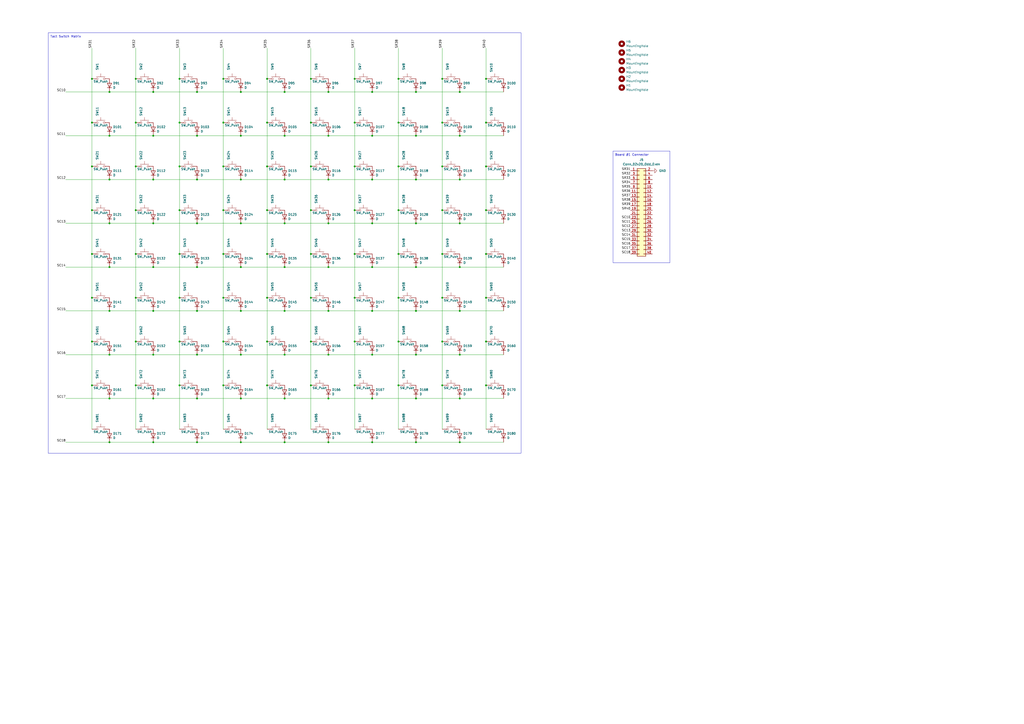
<source format=kicad_sch>
(kicad_sch (version 20231120) (generator "eeschema") (generator_version "8.0")
  (paper "A2")
  (title_block (date "2023-01-15"))
  (lib_symbols
    (symbol "Connector_Generic:Conn_02x20_Odd_Even" (pin_names (offset 1.016) hide)
      (property "Reference" "J" (at 1.27 25.4 0))
      (property "Value" "Conn_02x20_Odd_Even" (at 1.27 -27.94 0))
      (symbol "Conn_02x20_Odd_Even_1_1"
        (pin passive line (at -5.08 22.86 0) (length 3.81) (name "Pin_1") (number "1"))
        (pin passive line (at 7.62 12.7 180) (length 3.81) (name "Pin_10") (number "10"))
        (pin passive line (at -5.08 10.16 0) (length 3.81) (name "Pin_11") (number "11"))
        (pin passive line (at 7.62 10.16 180) (length 3.81) (name "Pin_12") (number "12"))
        (pin passive line (at -5.08 7.62 0) (length 3.81) (name "Pin_13") (number "13"))
        (pin passive line (at 7.62 7.62 180) (length 3.81) (name "Pin_14") (number "14"))
        (pin passive line (at -5.08 5.08 0) (length 3.81) (name "Pin_15") (number "15"))
        (pin passive line (at 7.62 5.08 180) (length 3.81) (name "Pin_16") (number "16"))
        (pin passive line (at -5.08 2.54 0) (length 3.81) (name "Pin_17") (number "17"))
        (pin passive line (at 7.62 2.54 180) (length 3.81) (name "Pin_18") (number "18"))
        (pin passive line (at -5.08 0 0) (length 3.81) (name "Pin_19") (number "19"))
        (pin passive line (at 7.62 22.86 180) (length 3.81) (name "Pin_2") (number "2"))
        (pin passive line (at 7.62 0 180) (length 3.81) (name "Pin_20") (number "20"))
        (pin passive line (at -5.08 -2.54 0) (length 3.81) (name "Pin_21") (number "21"))
        (pin passive line (at 7.62 -2.54 180) (length 3.81) (name "Pin_22") (number "22"))
        (pin passive line (at -5.08 -5.08 0) (length 3.81) (name "Pin_23") (number "23"))
        (pin passive line (at 7.62 -5.08 180) (length 3.81) (name "Pin_24") (number "24"))
        (pin passive line (at -5.08 -7.62 0) (length 3.81) (name "Pin_25") (number "25"))
        (pin passive line (at 7.62 -7.62 180) (length 3.81) (name "Pin_26") (number "26"))
        (pin passive line (at -5.08 -10.16 0) (length 3.81) (name "Pin_27") (number "27"))
        (pin passive line (at 7.62 -10.16 180) (length 3.81) (name "Pin_28") (number "28"))
        (pin passive line (at -5.08 -12.7 0) (length 3.81) (name "Pin_29") (number "29"))
        (pin passive line (at -5.08 20.32 0) (length 3.81) (name "Pin_3") (number "3"))
        (pin passive line (at 7.62 -12.7 180) (length 3.81) (name "Pin_30") (number "30"))
        (pin passive line (at -5.08 -15.24 0) (length 3.81) (name "Pin_31") (number "31"))
        (pin passive line (at 7.62 -15.24 180) (length 3.81) (name "Pin_32") (number "32"))
        (pin passive line (at -5.08 -17.78 0) (length 3.81) (name "Pin_33") (number "33"))
        (pin passive line (at 7.62 -17.78 180) (length 3.81) (name "Pin_34") (number "34"))
        (pin passive line (at -5.08 -20.32 0) (length 3.81) (name "Pin_35") (number "35"))
        (pin passive line (at 7.62 -20.32 180) (length 3.81) (name "Pin_36") (number "36"))
        (pin passive line (at -5.08 -22.86 0) (length 3.81) (name "Pin_37") (number "37"))
        (pin passive line (at 7.62 -22.86 180) (length 3.81) (name "Pin_38") (number "38"))
        (pin passive line (at -5.08 -25.4 0) (length 3.81) (name "Pin_39") (number "39"))
        (pin passive line (at 7.62 20.32 180) (length 3.81) (name "Pin_4") (number "4"))
        (pin passive line (at 7.62 -25.4 180) (length 3.81) (name "Pin_40") (number "40"))
        (pin passive line (at -5.08 17.78 0) (length 3.81) (name "Pin_5") (number "5"))
        (pin passive line (at 7.62 17.78 180) (length 3.81) (name "Pin_6") (number "6"))
        (pin passive line (at -5.08 15.24 0) (length 3.81) (name "Pin_7") (number "7"))
        (pin passive line (at 7.62 15.24 180) (length 3.81) (name "Pin_8") (number "8"))
        (pin passive line (at -5.08 12.7 0) (length 3.81) (name "Pin_9") (number "9"))
      )
    )
    (symbol "Device:D" (pin_numbers hide) (pin_names (offset 1.016) hide)
      (property "Reference" "D" (at 0 2.54 0))
      (property "Value" "D" (at 0 -2.54 0))
      (symbol "D_1_1"
        (pin passive line (at -3.81 0 0) (length 2.54) (name "K") (number "1"))
        (pin passive line (at 3.81 0 180) (length 2.54) (name "A") (number "2"))
      )
    )
    (symbol "Mechanical:MountingHole" (pin_names (offset 1.016)) (exclude_from_sim yes) (in_bom no)
      (property "Reference" "H" (at 0 5.08 0))
      (property "Value" "MountingHole" (at 0 3.175 0))
    )
    (symbol "Switch:SW_Push" (pin_numbers hide) (pin_names (offset 1.016) hide)
      (property "Reference" "SW" (at 1.27 2.54 0))
      (property "Value" "SW_Push" (at 0 -1.524 0))
      (symbol "SW_Push_0_1"
        (pin passive line (at -5.08 0 0) (length 2.54) (name "1") (number "1"))
        (pin passive line (at 5.08 0 180) (length 2.54) (name "2") (number "2"))
      )
    )
    (symbol "power:GND" (power) (pin_numbers hide) (pin_names (offset 0) hide)
      (property "Value" "GND" (at 0 -3.81 0))
      (symbol "GND_1_1"
        (pin power_in line (at 0 0 270) (length 0) (name "~") (number "1"))
      )
    )
  )
  (junction (at 256.54 198.12))
  (junction (at 266.7 205.74))
  (junction (at 165.1 180.34))
  (junction (at 154.94 147.32))
  (junction (at 104.14 172.72))
  (junction (at 129.54 71.12))
  (junction (at 266.7 154.94))
  (junction (at 241.3 256.54))
  (junction (at 114.3 180.34))
  (junction (at 154.94 198.12))
  (junction (at 180.34 147.32))
  (junction (at 256.54 96.52))
  (junction (at 63.5 104.14))
  (junction (at 78.74 198.12))
  (junction (at 190.5 53.34))
  (junction (at 190.5 78.74))
  (junction (at 231.14 147.32))
  (junction (at 256.54 45.72))
  (junction (at 88.9 104.14))
  (junction (at 104.14 223.52))
  (junction (at 78.74 121.92))
  (junction (at 114.3 205.74))
  (junction (at 78.74 71.12))
  (junction (at 63.5 180.34))
  (junction (at 114.3 256.54))
  (junction (at 53.34 96.52))
  (junction (at 53.34 71.12))
  (junction (at 165.1 256.54))
  (junction (at 256.54 71.12))
  (junction (at 104.14 198.12))
  (junction (at 114.3 231.14))
  (junction (at 231.14 172.72))
  (junction (at 281.94 45.72))
  (junction (at 114.3 154.94))
  (junction (at 129.54 96.52))
  (junction (at 266.7 78.74))
  (junction (at 53.34 172.72))
  (junction (at 215.9 129.54))
  (junction (at 63.5 154.94))
  (junction (at 165.1 53.34))
  (junction (at 139.7 78.74))
  (junction (at 256.54 223.52))
  (junction (at 114.3 53.34))
  (junction (at 241.3 154.94))
  (junction (at 165.1 129.54))
  (junction (at 215.9 104.14))
  (junction (at 281.94 223.52))
  (junction (at 104.14 96.52))
  (junction (at 205.74 71.12))
  (junction (at 139.7 231.14))
  (junction (at 180.34 198.12))
  (junction (at 165.1 104.14))
  (junction (at 139.7 104.14))
  (junction (at 129.54 45.72))
  (junction (at 63.5 205.74))
  (junction (at 266.7 256.54))
  (junction (at 231.14 198.12))
  (junction (at 231.14 121.92))
  (junction (at 180.34 121.92))
  (junction (at 104.14 121.92))
  (junction (at 129.54 223.52))
  (junction (at 154.94 96.52))
  (junction (at 281.94 147.32))
  (junction (at 215.9 154.94))
  (junction (at 281.94 198.12))
  (junction (at 180.34 172.72))
  (junction (at 231.14 45.72))
  (junction (at 205.74 147.32))
  (junction (at 139.7 205.74))
  (junction (at 88.9 256.54))
  (junction (at 215.9 231.14))
  (junction (at 139.7 53.34))
  (junction (at 256.54 121.92))
  (junction (at 266.7 231.14))
  (junction (at 88.9 205.74))
  (junction (at 139.7 180.34))
  (junction (at 129.54 147.32))
  (junction (at 215.9 256.54))
  (junction (at 266.7 180.34))
  (junction (at 205.74 198.12))
  (junction (at 241.3 104.14))
  (junction (at 63.5 256.54))
  (junction (at 190.5 256.54))
  (junction (at 53.34 223.52))
  (junction (at 154.94 121.92))
  (junction (at 104.14 45.72))
  (junction (at 63.5 129.54))
  (junction (at 88.9 231.14))
  (junction (at 281.94 71.12))
  (junction (at 165.1 154.94))
  (junction (at 256.54 147.32))
  (junction (at 114.3 129.54))
  (junction (at 205.74 172.72))
  (junction (at 154.94 172.72))
  (junction (at 104.14 147.32))
  (junction (at 53.34 198.12))
  (junction (at 180.34 71.12))
  (junction (at 190.5 129.54))
  (junction (at 215.9 53.34))
  (junction (at 114.3 104.14))
  (junction (at 241.3 53.34))
  (junction (at 139.7 129.54))
  (junction (at 266.7 53.34))
  (junction (at 180.34 223.52))
  (junction (at 266.7 104.14))
  (junction (at 231.14 71.12))
  (junction (at 78.74 96.52))
  (junction (at 281.94 172.72))
  (junction (at 215.9 78.74))
  (junction (at 256.54 172.72))
  (junction (at 78.74 147.32))
  (junction (at 53.34 121.92))
  (junction (at 154.94 223.52))
  (junction (at 190.5 205.74))
  (junction (at 63.5 231.14))
  (junction (at 165.1 205.74))
  (junction (at 231.14 223.52))
  (junction (at 88.9 154.94))
  (junction (at 53.34 147.32))
  (junction (at 241.3 205.74))
  (junction (at 205.74 45.72))
  (junction (at 165.1 231.14))
  (junction (at 139.7 154.94))
  (junction (at 180.34 45.72))
  (junction (at 78.74 223.52))
  (junction (at 88.9 53.34))
  (junction (at 231.14 96.52))
  (junction (at 139.7 256.54))
  (junction (at 63.5 78.74))
  (junction (at 88.9 180.34))
  (junction (at 154.94 45.72))
  (junction (at 78.74 172.72))
  (junction (at 215.9 180.34))
  (junction (at 129.54 172.72))
  (junction (at 180.34 96.52))
  (junction (at 129.54 121.92))
  (junction (at 114.3 78.74))
  (junction (at 241.3 129.54))
  (junction (at 190.5 154.94))
  (junction (at 190.5 104.14))
  (junction (at 88.9 78.74))
  (junction (at 63.5 53.34))
  (junction (at 215.9 205.74))
  (junction (at 53.34 45.72))
  (junction (at 205.74 121.92))
  (junction (at 241.3 231.14))
  (junction (at 190.5 180.34))
  (junction (at 154.94 71.12))
  (junction (at 241.3 180.34))
  (junction (at 129.54 198.12))
  (junction (at 165.1 78.74))
  (junction (at 266.7 129.54))
  (junction (at 281.94 121.92))
  (junction (at 88.9 129.54))
  (junction (at 78.74 45.72))
  (junction (at 205.74 223.52))
  (junction (at 281.94 96.52))
  (junction (at 190.5 231.14))
  (junction (at 205.74 96.52))
  (junction (at 104.14 71.12))
  (junction (at 241.3 78.74))
  (wire (pts (xy 215.9 154.94) (xy 241.3 154.94)))
  (wire (pts (xy 104.14 147.32) (xy 104.14 172.72)))
  (wire (pts (xy 266.7 78.74) (xy 292.1 78.74)))
  (wire (pts (xy 104.14 121.92) (xy 104.14 147.32)))
  (wire (pts (xy 256.54 45.72) (xy 256.54 71.12)))
  (wire (pts (xy 266.7 205.74) (xy 292.1 205.74)))
  (wire (pts (xy 53.34 172.72) (xy 53.34 198.12)))
  (wire (pts (xy 256.54 172.72) (xy 256.54 198.12)))
  (wire (pts (xy 104.14 198.12) (xy 104.14 223.52)))
  (wire (pts (xy 180.34 96.52) (xy 180.34 121.92)))
  (wire (pts (xy 129.54 45.72) (xy 129.54 71.12)))
  (wire (pts (xy 266.7 256.54) (xy 292.1 256.54)))
  (wire (pts (xy 180.34 198.12) (xy 180.34 223.52)))
  (wire (pts (xy 190.5 129.54) (xy 215.9 129.54)))
  (wire (pts (xy 88.9 154.94) (xy 114.3 154.94)))
  (wire (pts (xy 63.5 129.54) (xy 88.9 129.54)))
  (wire (pts (xy 154.94 223.52) (xy 154.94 248.92)))
  (wire (pts (xy 53.34 45.72) (xy 53.34 71.12)))
  (wire (pts (xy 139.7 78.74) (xy 165.1 78.74)))
  (wire (pts (xy 154.94 147.32) (xy 154.94 172.72)))
  (wire (pts (xy 63.5 256.54) (xy 88.9 256.54)))
  (wire (pts (xy 53.34 121.92) (xy 53.34 147.32)))
  (wire (pts (xy 139.7 129.54) (xy 165.1 129.54)))
  (wire (pts (xy 281.94 121.92) (xy 281.94 147.32)))
  (wire (pts (xy 78.74 223.52) (xy 78.74 248.92)))
  (wire (pts (xy 205.74 223.52) (xy 205.74 248.92)))
  (wire (pts (xy 38.1 53.34) (xy 63.5 53.34)))
  (wire (pts (xy 129.54 27.94) (xy 129.54 45.72)))
  (wire (pts (xy 114.3 78.74) (xy 139.7 78.74)))
  (wire (pts (xy 266.7 53.34) (xy 292.1 53.34)))
  (wire (pts (xy 180.34 121.92) (xy 180.34 147.32)))
  (wire (pts (xy 241.3 53.34) (xy 266.7 53.34)))
  (wire (pts (xy 215.9 78.74) (xy 241.3 78.74)))
  (wire (pts (xy 180.34 71.12) (xy 180.34 96.52)))
  (wire (pts (xy 139.7 53.34) (xy 165.1 53.34)))
  (wire (pts (xy 256.54 71.12) (xy 256.54 96.52)))
  (wire (pts (xy 104.14 45.72) (xy 104.14 71.12)))
  (wire (pts (xy 231.14 96.52) (xy 231.14 121.92)))
  (wire (pts (xy 63.5 180.34) (xy 88.9 180.34)))
  (wire (pts (xy 63.5 154.94) (xy 88.9 154.94)))
  (wire (pts (xy 241.3 180.34) (xy 266.7 180.34)))
  (wire (pts (xy 281.94 172.72) (xy 281.94 198.12)))
  (wire (pts (xy 63.5 231.14) (xy 88.9 231.14)))
  (wire (pts (xy 205.74 45.72) (xy 205.74 71.12)))
  (wire (pts (xy 266.7 231.14) (xy 292.1 231.14)))
  (wire (pts (xy 215.9 180.34) (xy 241.3 180.34)))
  (wire (pts (xy 241.3 231.14) (xy 266.7 231.14)))
  (wire (pts (xy 205.74 71.12) (xy 205.74 96.52)))
  (wire (pts (xy 256.54 223.52) (xy 256.54 248.92)))
  (wire (pts (xy 281.94 96.52) (xy 281.94 121.92)))
  (wire (pts (xy 165.1 154.94) (xy 190.5 154.94)))
  (wire (pts (xy 139.7 154.94) (xy 165.1 154.94)))
  (wire (pts (xy 256.54 147.32) (xy 256.54 172.72)))
  (wire (pts (xy 256.54 96.52) (xy 256.54 121.92)))
  (wire (pts (xy 266.7 180.34) (xy 292.1 180.34)))
  (wire (pts (xy 88.9 256.54) (xy 114.3 256.54)))
  (wire (pts (xy 78.74 147.32) (xy 78.74 172.72)))
  (wire (pts (xy 139.7 205.74) (xy 165.1 205.74)))
  (wire (pts (xy 53.34 198.12) (xy 53.34 223.52)))
  (wire (pts (xy 154.94 27.94) (xy 154.94 45.72)))
  (wire (pts (xy 205.74 172.72) (xy 205.74 198.12)))
  (wire (pts (xy 180.34 147.32) (xy 180.34 172.72)))
  (wire (pts (xy 104.14 27.94) (xy 104.14 45.72)))
  (wire (pts (xy 63.5 53.34) (xy 88.9 53.34)))
  (wire (pts (xy 114.3 104.14) (xy 139.7 104.14)))
  (polyline (pts (xy 308.61 128.27) (xy 306.07 125.73)) (stroke (width 1.016) (type solid) (color 255 255 255 1)))
  (wire (pts (xy 165.1 205.74) (xy 190.5 205.74)))
  (wire (pts (xy 88.9 129.54) (xy 114.3 129.54)))
  (wire (pts (xy 241.3 154.94) (xy 266.7 154.94)))
  (wire (pts (xy 129.54 121.92) (xy 129.54 147.32)))
  (wire (pts (xy 190.5 205.74) (xy 215.9 205.74)))
  (wire (pts (xy 165.1 78.74) (xy 190.5 78.74)))
  (wire (pts (xy 104.14 223.52) (xy 104.14 248.92)))
  (wire (pts (xy 129.54 147.32) (xy 129.54 172.72)))
  (wire (pts (xy 215.9 129.54) (xy 241.3 129.54)))
  (wire (pts (xy 78.74 27.94) (xy 78.74 45.72)))
  (wire (pts (xy 114.3 180.34) (xy 139.7 180.34)))
  (wire (pts (xy 180.34 45.72) (xy 180.34 71.12)))
  (wire (pts (xy 231.14 223.52) (xy 231.14 248.92)))
  (wire (pts (xy 129.54 223.52) (xy 129.54 248.92)))
  (wire (pts (xy 281.94 147.32) (xy 281.94 172.72)))
  (wire (pts (xy 139.7 180.34) (xy 165.1 180.34)))
  (wire (pts (xy 154.94 45.72) (xy 154.94 71.12)))
  (wire (pts (xy 231.14 71.12) (xy 231.14 96.52)))
  (wire (pts (xy 180.34 223.52) (xy 180.34 248.92)))
  (wire (pts (xy 266.7 154.94) (xy 292.1 154.94)))
  (wire (pts (xy 281.94 198.12) (xy 281.94 223.52)))
  (wire (pts (xy 63.5 205.74) (xy 88.9 205.74)))
  (wire (pts (xy 281.94 27.94) (xy 281.94 45.72)))
  (wire (pts (xy 256.54 198.12) (xy 256.54 223.52)))
  (wire (pts (xy 154.94 172.72) (xy 154.94 198.12)))
  (wire (pts (xy 154.94 121.92) (xy 154.94 147.32)))
  (wire (pts (xy 190.5 256.54) (xy 215.9 256.54)))
  (wire (pts (xy 231.14 27.94) (xy 231.14 45.72)))
  (wire (pts (xy 215.9 53.34) (xy 241.3 53.34)))
  (wire (pts (xy 154.94 96.52) (xy 154.94 121.92)))
  (wire (pts (xy 180.34 172.72) (xy 180.34 198.12)))
  (wire (pts (xy 165.1 180.34) (xy 190.5 180.34)))
  (wire (pts (xy 205.74 198.12) (xy 205.74 223.52)))
  (wire (pts (xy 38.1 180.34) (xy 63.5 180.34)))
  (wire (pts (xy 38.1 78.74) (xy 63.5 78.74)))
  (wire (pts (xy 165.1 104.14) (xy 190.5 104.14)))
  (wire (pts (xy 78.74 121.92) (xy 78.74 147.32)))
  (wire (pts (xy 139.7 231.14) (xy 165.1 231.14)))
  (wire (pts (xy 78.74 71.12) (xy 78.74 96.52)))
  (wire (pts (xy 215.9 205.74) (xy 241.3 205.74)))
  (wire (pts (xy 139.7 256.54) (xy 165.1 256.54)))
  (polyline (pts (xy 306.07 125.73) (xy 308.61 123.19)) (stroke (width 1.016) (type solid) (color 255 255 255 1)))
  (wire (pts (xy 114.3 53.34) (xy 139.7 53.34)))
  (wire (pts (xy 53.34 223.52) (xy 53.34 248.92)))
  (wire (pts (xy 53.34 71.12) (xy 53.34 96.52)))
  (wire (pts (xy 241.3 104.14) (xy 266.7 104.14)))
  (wire (pts (xy 88.9 53.34) (xy 114.3 53.34)))
  (wire (pts (xy 114.3 205.74) (xy 139.7 205.74)))
  (wire (pts (xy 241.3 78.74) (xy 266.7 78.74)))
  (wire (pts (xy 241.3 256.54) (xy 266.7 256.54)))
  (wire (pts (xy 78.74 172.72) (xy 78.74 198.12)))
  (wire (pts (xy 231.14 45.72) (xy 231.14 71.12)))
  (wire (pts (xy 53.34 147.32) (xy 53.34 172.72)))
  (wire (pts (xy 266.7 129.54) (xy 292.1 129.54)))
  (wire (pts (xy 180.34 27.94) (xy 180.34 45.72)))
  (wire (pts (xy 104.14 96.52) (xy 104.14 121.92)))
  (wire (pts (xy 165.1 129.54) (xy 190.5 129.54)))
  (wire (pts (xy 88.9 78.74) (xy 114.3 78.74)))
  (wire (pts (xy 215.9 231.14) (xy 241.3 231.14)))
  (wire (pts (xy 139.7 104.14) (xy 165.1 104.14)))
  (wire (pts (xy 114.3 129.54) (xy 139.7 129.54)))
  (wire (pts (xy 53.34 27.94) (xy 53.34 45.72)))
  (wire (pts (xy 53.34 96.52) (xy 53.34 121.92)))
  (wire (pts (xy 231.14 198.12) (xy 231.14 223.52)))
  (polyline (pts (xy 331.47 128.27) (xy 334.01 125.73)) (stroke (width 1.016) (type solid) (color 255 255 255 1)))
  (wire (pts (xy 190.5 154.94) (xy 215.9 154.94)))
  (wire (pts (xy 104.14 71.12) (xy 104.14 96.52)))
  (wire (pts (xy 114.3 231.14) (xy 139.7 231.14)))
  (wire (pts (xy 63.5 104.14) (xy 88.9 104.14)))
  (wire (pts (xy 88.9 180.34) (xy 114.3 180.34)))
  (wire (pts (xy 88.9 231.14) (xy 114.3 231.14)))
  (wire (pts (xy 129.54 172.72) (xy 129.54 198.12)))
  (wire (pts (xy 129.54 96.52) (xy 129.54 121.92)))
  (wire (pts (xy 281.94 223.52) (xy 281.94 248.92)))
  (wire (pts (xy 266.7 104.14) (xy 292.1 104.14)))
  (wire (pts (xy 165.1 53.34) (xy 190.5 53.34)))
  (wire (pts (xy 215.9 104.14) (xy 241.3 104.14)))
  (wire (pts (xy 88.9 104.14) (xy 114.3 104.14)))
  (wire (pts (xy 129.54 198.12) (xy 129.54 223.52)))
  (wire (pts (xy 104.14 172.72) (xy 104.14 198.12)))
  (wire (pts (xy 38.1 154.94) (xy 63.5 154.94)))
  (wire (pts (xy 63.5 78.74) (xy 88.9 78.74)))
  (polyline (pts (xy 334.01 125.73) (xy 331.47 123.19)) (stroke (width 1.016) (type solid) (color 255 255 255 1)))
  (wire (pts (xy 129.54 71.12) (xy 129.54 96.52)))
  (wire (pts (xy 165.1 231.14) (xy 190.5 231.14)))
  (wire (pts (xy 78.74 96.52) (xy 78.74 121.92)))
  (wire (pts (xy 205.74 96.52) (xy 205.74 121.92)))
  (wire (pts (xy 241.3 205.74) (xy 266.7 205.74)))
  (wire (pts (xy 154.94 71.12) (xy 154.94 96.52)))
  (wire (pts (xy 38.1 205.74) (xy 63.5 205.74)))
  (wire (pts (xy 190.5 53.34) (xy 215.9 53.34)))
  (polyline (pts (xy 306.07 125.73) (xy 334.01 125.73)) (stroke (width 1.016) (type solid) (color 255 255 255 1)))
  (wire (pts (xy 38.1 256.54) (xy 63.5 256.54)))
  (wire (pts (xy 205.74 147.32) (xy 205.74 172.72)))
  (wire (pts (xy 231.14 172.72) (xy 231.14 198.12)))
  (wire (pts (xy 165.1 256.54) (xy 190.5 256.54)))
  (wire (pts (xy 256.54 27.94) (xy 256.54 45.72)))
  (wire (pts (xy 281.94 45.72) (xy 281.94 71.12)))
  (wire (pts (xy 190.5 231.14) (xy 215.9 231.14)))
  (wire (pts (xy 231.14 147.32) (xy 231.14 172.72)))
  (wire (pts (xy 256.54 121.92) (xy 256.54 147.32)))
  (wire (pts (xy 205.74 27.94) (xy 205.74 45.72)))
  (wire (pts (xy 215.9 256.54) (xy 241.3 256.54)))
  (wire (pts (xy 88.9 205.74) (xy 114.3 205.74)))
  (wire (pts (xy 78.74 198.12) (xy 78.74 223.52)))
  (wire (pts (xy 38.1 104.14) (xy 63.5 104.14)))
  (wire (pts (xy 114.3 154.94) (xy 139.7 154.94)))
  (wire (pts (xy 231.14 121.92) (xy 231.14 147.32)))
  (wire (pts (xy 38.1 129.54) (xy 63.5 129.54)))
  (wire (pts (xy 241.3 129.54) (xy 266.7 129.54)))
  (wire (pts (xy 190.5 78.74) (xy 215.9 78.74)))
  (wire (pts (xy 154.94 198.12) (xy 154.94 223.52)))
  (wire (pts (xy 281.94 71.12) (xy 281.94 96.52)))
  (wire (pts (xy 114.3 256.54) (xy 139.7 256.54)))
  (wire (pts (xy 78.74 45.72) (xy 78.74 71.12)))
  (wire (pts (xy 205.74 121.92) (xy 205.74 147.32)))
  (wire (pts (xy 190.5 180.34) (xy 215.9 180.34)))
  (wire (pts (xy 38.1 231.14) (xy 63.5 231.14)))
  (wire (pts (xy 190.5 104.14) (xy 215.9 104.14)))
  (rectangle (start 27.94 19.05) (end 302.26 262.89))
  (rectangle (start 355.6 87.63) (end 388.62 152.4))
  (text "Board #1 Connector" (at 366.522 89.916 0) (effects (font (size 1.27 1.27))))
  (text "Tact Switch Matrix" (at 38.1 21.336 0) (effects (font (size 1.27 1.27))))
  (label "SR34" (at 365.76 106.68 180))
  (label "SC16" (at 365.76 142.24 180))
  (label "SR40" (at 365.76 121.92 180))
  (label "SC17" (at 38.1 231.14 180))
  (label "SR32" (at 365.76 101.6 180))
  (label "SR36" (at 365.76 111.76 180))
  (label "SC11" (at 365.76 129.54 180))
  (label "SC11" (at 38.1 78.74 180))
  (label "SC15" (at 38.1 180.34 180))
  (label "SR36" (at 180.34 27.94 90))
  (label "SC12" (at 365.76 132.08 180))
  (label "SC12" (at 38.1 104.14 180))
  (label "SR35" (at 154.94 27.94 90))
  (label "SR38" (at 231.14 27.94 90))
  (label "SR38" (at 365.76 116.84 180))
  (label "SR31" (at 53.34 27.94 90))
  (label "SR34" (at 129.54 27.94 90))
  (label "SR37" (at 365.76 114.3 180))
  (label "SC13" (at 38.1 129.54 180))
  (label "SR40" (at 281.94 27.94 90))
  (label "SC18" (at 365.76 147.32 180))
  (label "SR37" (at 205.74 27.94 90))
  (label "SC10" (at 365.76 127 180))
  (label "SC14" (at 38.1 154.94 180))
  (label "SC13" (at 365.76 134.62 180))
  (label "SR35" (at 365.76 109.22 180))
  (label "SR33" (at 365.76 104.14 180))
  (label "SR39" (at 365.76 119.38 180))
  (label "SR31" (at 365.76 99.06 180))
  (label "SR33" (at 104.14 27.94 90))
  (label "SC16" (at 38.1 205.74 180))
  (label "SR39" (at 256.54 27.94 90))
  (label "SR32" (at 78.74 27.94 90))
  (label "SC14" (at 365.76 137.16 180))
  (label "SC17" (at 365.76 144.78 180))
  (label "SC15" (at 365.76 139.7 180))
  (label "SC18" (at 38.1 256.54 180))
  (label "SC10" (at 38.1 53.34 180))
  (symbol (lib_id "Switch:SW_Push") (at 58.42 121.92 0) (unit 1)
    (property "Reference" "SW31" (at 56.388 112.776 90) (effects (justify right)))
    (property "Value" "SW_Push" (at 58.42 123.444 0))
    (property "Footprint" "Button_Switch_THT:SW_PUSH_6mm_H5mm" (effects (hide yes)))
    (property "Description" "Push button switch, generic, two pins" (effects (hide yes)))
  )
  (symbol (lib_id "Device:D") (at 190.5 125.73 90) (unit 1)
    (property "Reference" "D126" (at 192.532 124.46 90) (effects (justify right)))
    (property "Value" "D" (at 192.532 127 90) (effects (justify right)))
    (property "Footprint" "Diode_SMD:D_SOD-123" (effects (hide yes)))
    (property "Description" "Diode" (effects (hide yes)))
    (property "Sim.Device" "D" (effects (hide yes)))
    (property "Sim.Pins" "1=K 2=A" (effects (hide yes)))
  )
  (symbol (lib_id "Device:D") (at 63.5 201.93 90) (unit 1)
    (property "Reference" "D151" (at 65.532 200.66 90) (effects (justify right)))
    (property "Value" "D" (at 65.532 203.2 90) (effects (justify right)))
    (property "Footprint" "Diode_SMD:D_SOD-123" (effects (hide yes)))
    (property "Description" "Diode" (effects (hide yes)))
    (property "Sim.Device" "D" (effects (hide yes)))
    (property "Sim.Pins" "1=K 2=A" (effects (hide yes)))
  )
  (symbol (lib_id "Switch:SW_Push") (at 58.42 71.12 0) (unit 1)
    (property "Reference" "SW11" (at 56.388 61.976 90) (effects (justify right)))
    (property "Value" "SW_Push" (at 58.42 72.644 0))
    (property "Footprint" "Button_Switch_THT:SW_PUSH_6mm_H5mm" (effects (hide yes)))
    (property "Description" "Push button switch, generic, two pins" (effects (hide yes)))
  )
  (symbol (lib_id "Switch:SW_Push") (at 236.22 172.72 0) (unit 1)
    (property "Reference" "SW58" (at 234.188 163.576 90) (effects (justify right)))
    (property "Value" "SW_Push" (at 236.22 174.244 0))
    (property "Footprint" "Button_Switch_THT:SW_PUSH_6mm_H5mm" (effects (hide yes)))
    (property "Description" "Push button switch, generic, two pins" (effects (hide yes)))
  )
  (symbol (lib_id "Device:D") (at 139.7 252.73 90) (unit 1)
    (property "Reference" "D174" (at 141.732 251.46 90) (effects (justify right)))
    (property "Value" "D" (at 141.732 254 90) (effects (justify right)))
    (property "Footprint" "Diode_SMD:D_SOD-123" (effects (hide yes)))
    (property "Description" "Diode" (effects (hide yes)))
    (property "Sim.Device" "D" (effects (hide yes)))
    (property "Sim.Pins" "1=K 2=A" (effects (hide yes)))
  )
  (symbol (lib_id "Switch:SW_Push") (at 261.62 121.92 0) (unit 1)
    (property "Reference" "SW39" (at 259.588 112.776 90) (effects (justify right)))
    (property "Value" "SW_Push" (at 261.62 123.444 0))
    (property "Footprint" "Button_Switch_THT:SW_PUSH_6mm_H5mm" (effects (hide yes)))
    (property "Description" "Push button switch, generic, two pins" (effects (hide yes)))
  )
  (symbol (lib_id "Switch:SW_Push") (at 236.22 198.12 0) (unit 1)
    (property "Reference" "SW68" (at 234.188 188.976 90) (effects (justify right)))
    (property "Value" "SW_Push" (at 236.22 199.644 0))
    (property "Footprint" "Button_Switch_THT:SW_PUSH_6mm_H5mm" (effects (hide yes)))
    (property "Description" "Push button switch, generic, two pins" (effects (hide yes)))
  )
  (symbol (lib_id "Device:D") (at 114.3 125.73 90) (unit 1)
    (property "Reference" "D123" (at 116.332 124.46 90) (effects (justify right)))
    (property "Value" "D" (at 116.332 127 90) (effects (justify right)))
    (property "Footprint" "Diode_SMD:D_SOD-123" (effects (hide yes)))
    (property "Description" "Diode" (effects (hide yes)))
    (property "Sim.Device" "D" (effects (hide yes)))
    (property "Sim.Pins" "1=K 2=A" (effects (hide yes)))
  )
  (symbol (lib_id "Device:D") (at 165.1 100.33 90) (unit 1)
    (property "Reference" "D115" (at 167.132 99.06 90) (effects (justify right)))
    (property "Value" "D" (at 167.132 101.6 90) (effects (justify right)))
    (property "Footprint" "Diode_SMD:D_SOD-123" (effects (hide yes)))
    (property "Description" "Diode" (effects (hide yes)))
    (property "Sim.Device" "D" (effects (hide yes)))
    (property "Sim.Pins" "1=K 2=A" (effects (hide yes)))
  )
  (symbol (lib_id "Switch:SW_Push") (at 160.02 147.32 0) (unit 1)
    (property "Reference" "SW45" (at 157.988 138.176 90) (effects (justify right)))
    (property "Value" "SW_Push" (at 160.02 148.844 0))
    (property "Footprint" "Button_Switch_THT:SW_PUSH_6mm_H5mm" (effects (hide yes)))
    (property "Description" "Push button switch, generic, two pins" (effects (hide yes)))
  )
  (symbol (lib_id "power:GND") (at 378.46 99.06 90) (unit 1)
    (property "Reference" "#PWR01" (effects (hide yes)))
    (property "Value" "GND" (at 382.27 99.0599 90) (effects (justify right)))
    (property "Description" "Power symbol creates a global label with name \"GND\" , ground" (effects (hide yes)))
  )
  (symbol (lib_id "Switch:SW_Push") (at 185.42 121.92 0) (unit 1)
    (property "Reference" "SW36" (at 183.388 112.776 90) (effects (justify right)))
    (property "Value" "SW_Push" (at 185.42 123.444 0))
    (property "Footprint" "Button_Switch_THT:SW_PUSH_6mm_H5mm" (effects (hide yes)))
    (property "Description" "Push button switch, generic, two pins" (effects (hide yes)))
  )
  (symbol (lib_id "Switch:SW_Push") (at 160.02 198.12 0) (unit 1)
    (property "Reference" "SW65" (at 157.988 188.976 90) (effects (justify right)))
    (property "Value" "SW_Push" (at 160.02 199.644 0))
    (property "Footprint" "Button_Switch_THT:SW_PUSH_6mm_H5mm" (effects (hide yes)))
    (property "Description" "Push button switch, generic, two pins" (effects (hide yes)))
  )
  (symbol (lib_id "Device:D") (at 139.7 201.93 90) (unit 1)
    (property "Reference" "D154" (at 141.732 200.66 90) (effects (justify right)))
    (property "Value" "D" (at 141.732 203.2 90) (effects (justify right)))
    (property "Footprint" "Diode_SMD:D_SOD-123" (effects (hide yes)))
    (property "Description" "Diode" (effects (hide yes)))
    (property "Sim.Device" "D" (effects (hide yes)))
    (property "Sim.Pins" "1=K 2=A" (effects (hide yes)))
  )
  (symbol (lib_id "Device:D") (at 114.3 201.93 90) (unit 1)
    (property "Reference" "D153" (at 116.332 200.66 90) (effects (justify right)))
    (property "Value" "D" (at 116.332 203.2 90) (effects (justify right)))
    (property "Footprint" "Diode_SMD:D_SOD-123" (effects (hide yes)))
    (property "Description" "Diode" (effects (hide yes)))
    (property "Sim.Device" "D" (effects (hide yes)))
    (property "Sim.Pins" "1=K 2=A" (effects (hide yes)))
  )
  (symbol (lib_id "Device:D") (at 241.3 74.93 90) (unit 1)
    (property "Reference" "D108" (at 243.332 73.66 90) (effects (justify right)))
    (property "Value" "D" (at 243.332 76.2 90) (effects (justify right)))
    (property "Footprint" "Diode_SMD:D_SOD-123" (effects (hide yes)))
    (property "Description" "Diode" (effects (hide yes)))
    (property "Sim.Device" "D" (effects (hide yes)))
    (property "Sim.Pins" "1=K 2=A" (effects (hide yes)))
  )
  (symbol (lib_id "Device:D") (at 165.1 151.13 90) (unit 1)
    (property "Reference" "D135" (at 167.132 149.86 90) (effects (justify right)))
    (property "Value" "D" (at 167.132 152.4 90) (effects (justify right)))
    (property "Footprint" "Diode_SMD:D_SOD-123" (effects (hide yes)))
    (property "Description" "Diode" (effects (hide yes)))
    (property "Sim.Device" "D" (effects (hide yes)))
    (property "Sim.Pins" "1=K 2=A" (effects (hide yes)))
  )
  (symbol (lib_id "Switch:SW_Push") (at 261.62 96.52 0) (unit 1)
    (property "Reference" "SW29" (at 259.588 87.376 90) (effects (justify right)))
    (property "Value" "SW_Push" (at 261.62 98.044 0))
    (property "Footprint" "Button_Switch_THT:SW_PUSH_6mm_H5mm" (effects (hide yes)))
    (property "Description" "Push button switch, generic, two pins" (effects (hide yes)))
  )
  (symbol (lib_id "Device:D") (at 215.9 125.73 90) (unit 1)
    (property "Reference" "D127" (at 217.932 124.46 90) (effects (justify right)))
    (property "Value" "D" (at 217.932 127 90) (effects (justify right)))
    (property "Footprint" "Diode_SMD:D_SOD-123" (effects (hide yes)))
    (property "Description" "Diode" (effects (hide yes)))
    (property "Sim.Device" "D" (effects (hide yes)))
    (property "Sim.Pins" "1=K 2=A" (effects (hide yes)))
  )
  (symbol (lib_id "Device:D") (at 114.3 151.13 90) (unit 1)
    (property "Reference" "D133" (at 116.332 149.86 90) (effects (justify right)))
    (property "Value" "D" (at 116.332 152.4 90) (effects (justify right)))
    (property "Footprint" "Diode_SMD:D_SOD-123" (effects (hide yes)))
    (property "Description" "Diode" (effects (hide yes)))
    (property "Sim.Device" "D" (effects (hide yes)))
    (property "Sim.Pins" "1=K 2=A" (effects (hide yes)))
  )
  (symbol (lib_id "Switch:SW_Push") (at 58.42 45.72 0) (unit 1)
    (property "Reference" "SW1" (at 56.388 36.576 90) (effects (justify right)))
    (property "Value" "SW_Push" (at 58.42 47.244 0))
    (property "Footprint" "Button_Switch_THT:SW_PUSH_6mm_H5mm" (effects (hide yes)))
    (property "Description" "Push button switch, generic, two pins" (effects (hide yes)))
  )
  (symbol (lib_id "Device:D") (at 266.7 201.93 90) (unit 1)
    (property "Reference" "D159" (at 268.732 200.66 90) (effects (justify right)))
    (property "Value" "D" (at 268.732 203.2 90) (effects (justify right)))
    (property "Footprint" "Diode_SMD:D_SOD-123" (effects (hide yes)))
    (property "Description" "Diode" (effects (hide yes)))
    (property "Sim.Device" "D" (effects (hide yes)))
    (property "Sim.Pins" "1=K 2=A" (effects (hide yes)))
  )
  (symbol (lib_id "Device:D") (at 266.7 252.73 90) (unit 1)
    (property "Reference" "D179" (at 268.732 251.46 90) (effects (justify right)))
    (property "Value" "D" (at 268.732 254 90) (effects (justify right)))
    (property "Footprint" "Diode_SMD:D_SOD-123" (effects (hide yes)))
    (property "Description" "Diode" (effects (hide yes)))
    (property "Sim.Device" "D" (effects (hide yes)))
    (property "Sim.Pins" "1=K 2=A" (effects (hide yes)))
  )
  (symbol (lib_id "Device:D") (at 266.7 125.73 90) (unit 1)
    (property "Reference" "D129" (at 268.732 124.46 90) (effects (justify right)))
    (property "Value" "D" (at 268.732 127 90) (effects (justify right)))
    (property "Footprint" "Diode_SMD:D_SOD-123" (effects (hide yes)))
    (property "Description" "Diode" (effects (hide yes)))
    (property "Sim.Device" "D" (effects (hide yes)))
    (property "Sim.Pins" "1=K 2=A" (effects (hide yes)))
  )
  (symbol (lib_id "Mechanical:MountingHole") (at 360.68 45.72 0) (unit 1) (exclude_from_sim yes) (in_bom no)
    (property "Reference" "H2" (at 363.22 44.4499 0) (effects (justify left)))
    (property "Value" "MountingHole" (at 363.22 46.9899 0) (effects (justify left)))
    (property "Footprint" "MountingHole:MountingHole_2.2mm_M2" (effects (hide yes)))
    (property "Description" "Mounting Hole without connection" (effects (hide yes)))
  )
  (symbol (lib_id "Device:D") (at 241.3 125.73 90) (unit 1)
    (property "Reference" "D128" (at 243.332 124.46 90) (effects (justify right)))
    (property "Value" "D" (at 243.332 127 90) (effects (justify right)))
    (property "Footprint" "Diode_SMD:D_SOD-123" (effects (hide yes)))
    (property "Description" "Diode" (effects (hide yes)))
    (property "Sim.Device" "D" (effects (hide yes)))
    (property "Sim.Pins" "1=K 2=A" (effects (hide yes)))
  )
  (symbol (lib_id "Switch:SW_Push") (at 58.42 223.52 0) (unit 1)
    (property "Reference" "SW71" (at 56.388 214.376 90) (effects (justify right)))
    (property "Value" "SW_Push" (at 58.42 225.044 0))
    (property "Footprint" "Button_Switch_THT:SW_PUSH_6mm_H5mm" (effects (hide yes)))
    (property "Description" "Push button switch, generic, two pins" (effects (hide yes)))
  )
  (symbol (lib_id "Mechanical:MountingHole") (at 360.68 40.64 0) (unit 1) (exclude_from_sim yes) (in_bom no)
    (property "Reference" "H3" (at 363.22 39.3699 0) (effects (justify left)))
    (property "Value" "MountingHole" (at 363.22 41.9099 0) (effects (justify left)))
    (property "Footprint" "MountingHole:MountingHole_2.2mm_M2" (effects (hide yes)))
    (property "Description" "Mounting Hole without connection" (effects (hide yes)))
  )
  (symbol (lib_id "Device:D") (at 292.1 176.53 90) (unit 1)
    (property "Reference" "D150" (at 294.132 175.26 90) (effects (justify right)))
    (property "Value" "D" (at 294.132 177.8 90) (effects (justify right)))
    (property "Footprint" "Diode_SMD:D_SOD-123" (effects (hide yes)))
    (property "Description" "Diode" (effects (hide yes)))
    (property "Sim.Device" "D" (effects (hide yes)))
    (property "Sim.Pins" "1=K 2=A" (effects (hide yes)))
  )
  (symbol (lib_id "Switch:SW_Push") (at 134.62 223.52 0) (unit 1)
    (property "Reference" "SW74" (at 132.588 214.376 90) (effects (justify right)))
    (property "Value" "SW_Push" (at 134.62 225.044 0))
    (property "Footprint" "Button_Switch_THT:SW_PUSH_6mm_H5mm" (effects (hide yes)))
    (property "Description" "Push button switch, generic, two pins" (effects (hide yes)))
  )
  (symbol (lib_id "Switch:SW_Push") (at 185.42 147.32 0) (unit 1)
    (property "Reference" "SW46" (at 183.388 138.176 90) (effects (justify right)))
    (property "Value" "SW_Push" (at 185.42 148.844 0))
    (property "Footprint" "Button_Switch_THT:SW_PUSH_6mm_H5mm" (effects (hide yes)))
    (property "Description" "Push button switch, generic, two pins" (effects (hide yes)))
  )
  (symbol (lib_id "Switch:SW_Push") (at 287.02 121.92 0) (unit 1)
    (property "Reference" "SW40" (at 284.988 112.776 90) (effects (justify right)))
    (property "Value" "SW_Push" (at 287.02 123.444 0))
    (property "Footprint" "Button_Switch_THT:SW_PUSH_6mm_H5mm" (effects (hide yes)))
    (property "Description" "Push button switch, generic, two pins" (effects (hide yes)))
  )
  (symbol (lib_id "Device:D") (at 215.9 74.93 90) (unit 1)
    (property "Reference" "D107" (at 217.932 73.66 90) (effects (justify right)))
    (property "Value" "D" (at 217.932 76.2 90) (effects (justify right)))
    (property "Footprint" "Diode_SMD:D_SOD-123" (effects (hide yes)))
    (property "Description" "Diode" (effects (hide yes)))
    (property "Sim.Device" "D" (effects (hide yes)))
    (property "Sim.Pins" "1=K 2=A" (effects (hide yes)))
  )
  (symbol (lib_id "Switch:SW_Push") (at 210.82 45.72 0) (unit 1)
    (property "Reference" "SW7" (at 208.788 36.576 90) (effects (justify right)))
    (property "Value" "SW_Push" (at 210.82 47.244 0))
    (property "Footprint" "Button_Switch_THT:SW_PUSH_6mm_H5mm" (effects (hide yes)))
    (property "Description" "Push button switch, generic, two pins" (effects (hide yes)))
  )
  (symbol (lib_id "Device:D") (at 266.7 151.13 90) (unit 1)
    (property "Reference" "D139" (at 268.732 149.86 90) (effects (justify right)))
    (property "Value" "D" (at 268.732 152.4 90) (effects (justify right)))
    (property "Footprint" "Diode_SMD:D_SOD-123" (effects (hide yes)))
    (property "Description" "Diode" (effects (hide yes)))
    (property "Sim.Device" "D" (effects (hide yes)))
    (property "Sim.Pins" "1=K 2=A" (effects (hide yes)))
  )
  (symbol (lib_id "Switch:SW_Push") (at 109.22 248.92 0) (unit 1)
    (property "Reference" "SW83" (at 107.188 239.776 90) (effects (justify right)))
    (property "Value" "SW_Push" (at 109.22 250.444 0))
    (property "Footprint" "Button_Switch_THT:SW_PUSH_6mm_H5mm" (effects (hide yes)))
    (property "Description" "Push button switch, generic, two pins" (effects (hide yes)))
  )
  (symbol (lib_id "Device:D") (at 88.9 227.33 90) (unit 1)
    (property "Reference" "D162" (at 90.932 226.06 90) (effects (justify right)))
    (property "Value" "D" (at 90.932 228.6 90) (effects (justify right)))
    (property "Footprint" "Diode_SMD:D_SOD-123" (effects (hide yes)))
    (property "Description" "Diode" (effects (hide yes)))
    (property "Sim.Device" "D" (effects (hide yes)))
    (property "Sim.Pins" "1=K 2=A" (effects (hide yes)))
  )
  (symbol (lib_id "Switch:SW_Push") (at 160.02 96.52 0) (unit 1)
    (property "Reference" "SW25" (at 157.988 87.376 90) (effects (justify right)))
    (property "Value" "SW_Push" (at 160.02 98.044 0))
    (property "Footprint" "Button_Switch_THT:SW_PUSH_6mm_H5mm" (effects (hide yes)))
    (property "Description" "Push button switch, generic, two pins" (effects (hide yes)))
  )
  (symbol (lib_id "Device:D") (at 114.3 74.93 90) (unit 1)
    (property "Reference" "D103" (at 116.332 73.66 90) (effects (justify right)))
    (property "Value" "D" (at 116.332 76.2 90) (effects (justify right)))
    (property "Footprint" "Diode_SMD:D_SOD-123" (effects (hide yes)))
    (property "Description" "Diode" (effects (hide yes)))
    (property "Sim.Device" "D" (effects (hide yes)))
    (property "Sim.Pins" "1=K 2=A" (effects (hide yes)))
  )
  (symbol (lib_id "Device:D") (at 292.1 227.33 90) (unit 1)
    (property "Reference" "D170" (at 294.132 226.06 90) (effects (justify right)))
    (property "Value" "D" (at 294.132 228.6 90) (effects (justify right)))
    (property "Footprint" "Diode_SMD:D_SOD-123" (effects (hide yes)))
    (property "Description" "Diode" (effects (hide yes)))
    (property "Sim.Device" "D" (effects (hide yes)))
    (property "Sim.Pins" "1=K 2=A" (effects (hide yes)))
  )
  (symbol (lib_id "Device:D") (at 165.1 176.53 90) (unit 1)
    (property "Reference" "D145" (at 167.132 175.26 90) (effects (justify right)))
    (property "Value" "D" (at 167.132 177.8 90) (effects (justify right)))
    (property "Footprint" "Diode_SMD:D_SOD-123" (effects (hide yes)))
    (property "Description" "Diode" (effects (hide yes)))
    (property "Sim.Device" "D" (effects (hide yes)))
    (property "Sim.Pins" "1=K 2=A" (effects (hide yes)))
  )
  (symbol (lib_id "Device:D") (at 266.7 100.33 90) (unit 1)
    (property "Reference" "D119" (at 268.732 99.06 90) (effects (justify right)))
    (property "Value" "D" (at 268.732 101.6 90) (effects (justify right)))
    (property "Footprint" "Diode_SMD:D_SOD-123" (effects (hide yes)))
    (property "Description" "Diode" (effects (hide yes)))
    (property "Sim.Device" "D" (effects (hide yes)))
    (property "Sim.Pins" "1=K 2=A" (effects (hide yes)))
  )
  (symbol (lib_id "Switch:SW_Push") (at 210.82 96.52 0) (unit 1)
    (property "Reference" "SW27" (at 208.788 87.376 90) (effects (justify right)))
    (property "Value" "SW_Push" (at 210.82 98.044 0))
    (property "Footprint" "Button_Switch_THT:SW_PUSH_6mm_H5mm" (effects (hide yes)))
    (property "Description" "Push button switch, generic, two pins" (effects (hide yes)))
  )
  (symbol (lib_id "Switch:SW_Push") (at 287.02 45.72 0) (unit 1)
    (property "Reference" "SW10" (at 284.988 36.576 90) (effects (justify right)))
    (property "Value" "SW_Push" (at 287.02 47.244 0))
    (property "Footprint" "Button_Switch_THT:SW_PUSH_6mm_H5mm" (effects (hide yes)))
    (property "Description" "Push button switch, generic, two pins" (effects (hide yes)))
  )
  (symbol (lib_id "Switch:SW_Push") (at 160.02 45.72 0) (unit 1)
    (property "Reference" "SW5" (at 157.988 36.576 90) (effects (justify right)))
    (property "Value" "SW_Push" (at 160.02 47.244 0))
    (property "Footprint" "Button_Switch_THT:SW_PUSH_6mm_H5mm" (effects (hide yes)))
    (property "Description" "Push button switch, generic, two pins" (effects (hide yes)))
  )
  (symbol (lib_id "Device:D") (at 215.9 201.93 90) (unit 1)
    (property "Reference" "D157" (at 217.932 200.66 90) (effects (justify right)))
    (property "Value" "D" (at 217.932 203.2 90) (effects (justify right)))
    (property "Footprint" "Diode_SMD:D_SOD-123" (effects (hide yes)))
    (property "Description" "Diode" (effects (hide yes)))
    (property "Sim.Device" "D" (effects (hide yes)))
    (property "Sim.Pins" "1=K 2=A" (effects (hide yes)))
  )
  (symbol (lib_id "Device:D") (at 190.5 74.93 90) (unit 1)
    (property "Reference" "D106" (at 192.532 73.66 90) (effects (justify right)))
    (property "Value" "D" (at 192.532 76.2 90) (effects (justify right)))
    (property "Footprint" "Diode_SMD:D_SOD-123" (effects (hide yes)))
    (property "Description" "Diode" (effects (hide yes)))
    (property "Sim.Device" "D" (effects (hide yes)))
    (property "Sim.Pins" "1=K 2=A" (effects (hide yes)))
  )
  (symbol (lib_id "Switch:SW_Push") (at 236.22 147.32 0) (unit 1)
    (property "Reference" "SW48" (at 234.188 138.176 90) (effects (justify right)))
    (property "Value" "SW_Push" (at 236.22 148.844 0))
    (property "Footprint" "Button_Switch_THT:SW_PUSH_6mm_H5mm" (effects (hide yes)))
    (property "Description" "Push button switch, generic, two pins" (effects (hide yes)))
  )
  (symbol (lib_id "Device:D") (at 63.5 176.53 90) (unit 1)
    (property "Reference" "D141" (at 65.532 175.26 90) (effects (justify right)))
    (property "Value" "D" (at 65.532 177.8 90) (effects (justify right)))
    (property "Footprint" "Diode_SMD:D_SOD-123" (effects (hide yes)))
    (property "Description" "Diode" (effects (hide yes)))
    (property "Sim.Device" "D" (effects (hide yes)))
    (property "Sim.Pins" "1=K 2=A" (effects (hide yes)))
  )
  (symbol (lib_id "Device:D") (at 190.5 100.33 90) (unit 1)
    (property "Reference" "D116" (at 192.532 99.06 90) (effects (justify right)))
    (property "Value" "D" (at 192.532 101.6 90) (effects (justify right)))
    (property "Footprint" "Diode_SMD:D_SOD-123" (effects (hide yes)))
    (property "Description" "Diode" (effects (hide yes)))
    (property "Sim.Device" "D" (effects (hide yes)))
    (property "Sim.Pins" "1=K 2=A" (effects (hide yes)))
  )
  (symbol (lib_id "Device:D") (at 241.3 252.73 90) (unit 1)
    (property "Reference" "D178" (at 243.332 251.46 90) (effects (justify right)))
    (property "Value" "D" (at 243.332 254 90) (effects (justify right)))
    (property "Footprint" "Diode_SMD:D_SOD-123" (effects (hide yes)))
    (property "Description" "Diode" (effects (hide yes)))
    (property "Sim.Device" "D" (effects (hide yes)))
    (property "Sim.Pins" "1=K 2=A" (effects (hide yes)))
  )
  (symbol (lib_id "Device:D") (at 139.7 176.53 90) (unit 1)
    (property "Reference" "D144" (at 141.732 175.26 90) (effects (justify right)))
    (property "Value" "D" (at 141.732 177.8 90) (effects (justify right)))
    (property "Footprint" "Diode_SMD:D_SOD-123" (effects (hide yes)))
    (property "Description" "Diode" (effects (hide yes)))
    (property "Sim.Device" "D" (effects (hide yes)))
    (property "Sim.Pins" "1=K 2=A" (effects (hide yes)))
  )
  (symbol (lib_id "Switch:SW_Push") (at 236.22 96.52 0) (unit 1)
    (property "Reference" "SW28" (at 234.188 87.376 90) (effects (justify right)))
    (property "Value" "SW_Push" (at 236.22 98.044 0))
    (property "Footprint" "Button_Switch_THT:SW_PUSH_6mm_H5mm" (effects (hide yes)))
    (property "Description" "Push button switch, generic, two pins" (effects (hide yes)))
  )
  (symbol (lib_id "Device:D") (at 190.5 201.93 90) (unit 1)
    (property "Reference" "D156" (at 192.532 200.66 90) (effects (justify right)))
    (property "Value" "D" (at 192.532 203.2 90) (effects (justify right)))
    (property "Footprint" "Diode_SMD:D_SOD-123" (effects (hide yes)))
    (property "Description" "Diode" (effects (hide yes)))
    (property "Sim.Device" "D" (effects (hide yes)))
    (property "Sim.Pins" "1=K 2=A" (effects (hide yes)))
  )
  (symbol (lib_id "Switch:SW_Push") (at 185.42 71.12 0) (unit 1)
    (property "Reference" "SW16" (at 183.388 61.976 90) (effects (justify right)))
    (property "Value" "SW_Push" (at 185.42 72.644 0))
    (property "Footprint" "Button_Switch_THT:SW_PUSH_6mm_H5mm" (effects (hide yes)))
    (property "Description" "Push button switch, generic, two pins" (effects (hide yes)))
  )
  (symbol (lib_id "Switch:SW_Push") (at 109.22 223.52 0) (unit 1)
    (property "Reference" "SW73" (at 107.188 214.376 90) (effects (justify right)))
    (property "Value" "SW_Push" (at 109.22 225.044 0))
    (property "Footprint" "Button_Switch_THT:SW_PUSH_6mm_H5mm" (effects (hide yes)))
    (property "Description" "Push button switch, generic, two pins" (effects (hide yes)))
  )
  (symbol (lib_id "Switch:SW_Push") (at 185.42 45.72 0) (unit 1)
    (property "Reference" "SW6" (at 183.388 36.576 90) (effects (justify right)))
    (property "Value" "SW_Push" (at 185.42 47.244 0))
    (property "Footprint" "Button_Switch_THT:SW_PUSH_6mm_H5mm" (effects (hide yes)))
    (property "Description" "Push button switch, generic, two pins" (effects (hide yes)))
  )
  (symbol (lib_id "Switch:SW_Push") (at 185.42 172.72 0) (unit 1)
    (property "Reference" "SW56" (at 183.388 163.576 90) (effects (justify right)))
    (property "Value" "SW_Push" (at 185.42 174.244 0))
    (property "Footprint" "Button_Switch_THT:SW_PUSH_6mm_H5mm" (effects (hide yes)))
    (property "Description" "Push button switch, generic, two pins" (effects (hide yes)))
  )
  (symbol (lib_id "Device:D") (at 88.9 74.93 90) (unit 1)
    (property "Reference" "D102" (at 90.932 73.66 90) (effects (justify right)))
    (property "Value" "D" (at 90.932 76.2 90) (effects (justify right)))
    (property "Footprint" "Diode_SMD:D_SOD-123" (effects (hide yes)))
    (property "Description" "Diode" (effects (hide yes)))
    (property "Sim.Device" "D" (effects (hide yes)))
    (property "Sim.Pins" "1=K 2=A" (effects (hide yes)))
  )
  (symbol (lib_id "Device:D") (at 241.3 49.53 90) (unit 1)
    (property "Reference" "D98" (at 243.332 48.26 90) (effects (justify right)))
    (property "Value" "D" (at 243.332 50.8 90) (effects (justify right)))
    (property "Footprint" "Diode_SMD:D_SOD-123" (effects (hide yes)))
    (property "Description" "Diode" (effects (hide yes)))
    (property "Sim.Device" "D" (effects (hide yes)))
    (property "Sim.Pins" "1=K 2=A" (effects (hide yes)))
  )
  (symbol (lib_id "Device:D") (at 139.7 100.33 90) (unit 1)
    (property "Reference" "D114" (at 141.732 99.06 90) (effects (justify right)))
    (property "Value" "D" (at 141.732 101.6 90) (effects (justify right)))
    (property "Footprint" "Diode_SMD:D_SOD-123" (effects (hide yes)))
    (property "Description" "Diode" (effects (hide yes)))
    (property "Sim.Device" "D" (effects (hide yes)))
    (property "Sim.Pins" "1=K 2=A" (effects (hide yes)))
  )
  (symbol (lib_id "Device:D") (at 292.1 252.73 90) (unit 1)
    (property "Reference" "D180" (at 294.132 251.46 90) (effects (justify right)))
    (property "Value" "D" (at 294.132 254 90) (effects (justify right)))
    (property "Footprint" "Diode_SMD:D_SOD-123" (effects (hide yes)))
    (property "Description" "Diode" (effects (hide yes)))
    (property "Sim.Device" "D" (effects (hide yes)))
    (property "Sim.Pins" "1=K 2=A" (effects (hide yes)))
  )
  (symbol (lib_id "Device:D") (at 292.1 49.53 90) (unit 1)
    (property "Reference" "D100" (at 294.132 48.26 90) (effects (justify right)))
    (property "Value" "D" (at 294.132 50.8 90) (effects (justify right)))
    (property "Footprint" "Diode_SMD:D_SOD-123" (effects (hide yes)))
    (property "Description" "Diode" (effects (hide yes)))
    (property "Sim.Device" "D" (effects (hide yes)))
    (property "Sim.Pins" "1=K 2=A" (effects (hide yes)))
  )
  (symbol (lib_id "Device:D") (at 190.5 176.53 90) (unit 1)
    (property "Reference" "D146" (at 192.532 175.26 90) (effects (justify right)))
    (property "Value" "D" (at 192.532 177.8 90) (effects (justify right)))
    (property "Footprint" "Diode_SMD:D_SOD-123" (effects (hide yes)))
    (property "Description" "Diode" (effects (hide yes)))
    (property "Sim.Device" "D" (effects (hide yes)))
    (property "Sim.Pins" "1=K 2=A" (effects (hide yes)))
  )
  (symbol (lib_id "Device:D") (at 292.1 201.93 90) (unit 1)
    (property "Reference" "D160" (at 294.132 200.66 90) (effects (justify right)))
    (property "Value" "D" (at 294.132 203.2 90) (effects (justify right)))
    (property "Footprint" "Diode_SMD:D_SOD-123" (effects (hide yes)))
    (property "Description" "Diode" (effects (hide yes)))
    (property "Sim.Device" "D" (effects (hide yes)))
    (property "Sim.Pins" "1=K 2=A" (effects (hide yes)))
  )
  (symbol (lib_id "Switch:SW_Push") (at 210.82 172.72 0) (unit 1)
    (property "Reference" "SW57" (at 208.788 163.576 90) (effects (justify right)))
    (property "Value" "SW_Push" (at 210.82 174.244 0))
    (property "Footprint" "Button_Switch_THT:SW_PUSH_6mm_H5mm" (effects (hide yes)))
    (property "Description" "Push button switch, generic, two pins" (effects (hide yes)))
  )
  (symbol (lib_id "Device:D") (at 114.3 227.33 90) (unit 1)
    (property "Reference" "D163" (at 116.332 226.06 90) (effects (justify right)))
    (property "Value" "D" (at 116.332 228.6 90) (effects (justify right)))
    (property "Footprint" "Diode_SMD:D_SOD-123" (effects (hide yes)))
    (property "Description" "Diode" (effects (hide yes)))
    (property "Sim.Device" "D" (effects (hide yes)))
    (property "Sim.Pins" "1=K 2=A" (effects (hide yes)))
  )
  (symbol (lib_id "Switch:SW_Push") (at 287.02 96.52 0) (unit 1)
    (property "Reference" "SW30" (at 284.988 87.376 90) (effects (justify right)))
    (property "Value" "SW_Push" (at 287.02 98.044 0))
    (property "Footprint" "Button_Switch_THT:SW_PUSH_6mm_H5mm" (effects (hide yes)))
    (property "Description" "Push button switch, generic, two pins" (effects (hide yes)))
  )
  (symbol (lib_id "Device:D") (at 88.9 176.53 90) (unit 1)
    (property "Reference" "D142" (at 90.932 175.26 90) (effects (justify right)))
    (property "Value" "D" (at 90.932 177.8 90) (effects (justify right)))
    (property "Footprint" "Diode_SMD:D_SOD-123" (effects (hide yes)))
    (property "Description" "Diode" (effects (hide yes)))
    (property "Sim.Device" "D" (effects (hide yes)))
    (property "Sim.Pins" "1=K 2=A" (effects (hide yes)))
  )
  (symbol (lib_id "Switch:SW_Push") (at 134.62 172.72 0) (unit 1)
    (property "Reference" "SW54" (at 132.588 163.576 90) (effects (justify right)))
    (property "Value" "SW_Push" (at 134.62 174.244 0))
    (property "Footprint" "Button_Switch_THT:SW_PUSH_6mm_H5mm" (effects (hide yes)))
    (property "Description" "Push button switch, generic, two pins" (effects (hide yes)))
  )
  (symbol (lib_id "Switch:SW_Push") (at 261.62 248.92 0) (unit 1)
    (property "Reference" "SW89" (at 259.588 239.776 90) (effects (justify right)))
    (property "Value" "SW_Push" (at 261.62 250.444 0))
    (property "Footprint" "Button_Switch_THT:SW_PUSH_6mm_H5mm" (effects (hide yes)))
    (property "Description" "Push button switch, generic, two pins" (effects (hide yes)))
  )
  (symbol (lib_id "Device:D") (at 292.1 100.33 90) (unit 1)
    (property "Reference" "D120" (at 294.132 99.06 90) (effects (justify right)))
    (property "Value" "D" (at 294.132 101.6 90) (effects (justify right)))
    (property "Footprint" "Diode_SMD:D_SOD-123" (effects (hide yes)))
    (property "Description" "Diode" (effects (hide yes)))
    (property "Sim.Device" "D" (effects (hide yes)))
    (property "Sim.Pins" "1=K 2=A" (effects (hide yes)))
  )
  (symbol (lib_id "Switch:SW_Push") (at 261.62 198.12 0) (unit 1)
    (property "Reference" "SW69" (at 259.588 188.976 90) (effects (justify right)))
    (property "Value" "SW_Push" (at 261.62 199.644 0))
    (property "Footprint" "Button_Switch_THT:SW_PUSH_6mm_H5mm" (effects (hide yes)))
    (property "Description" "Push button switch, generic, two pins" (effects (hide yes)))
  )
  (symbol (lib_id "Device:D") (at 63.5 100.33 90) (unit 1)
    (property "Reference" "D111" (at 65.532 99.06 90) (effects (justify right)))
    (property "Value" "D" (at 65.532 101.6 90) (effects (justify right)))
    (property "Footprint" "Diode_SMD:D_SOD-123" (effects (hide yes)))
    (property "Description" "Diode" (effects (hide yes)))
    (property "Sim.Device" "D" (effects (hide yes)))
    (property "Sim.Pins" "1=K 2=A" (effects (hide yes)))
  )
  (symbol (lib_id "Switch:SW_Push") (at 236.22 248.92 0) (unit 1)
    (property "Reference" "SW88" (at 234.188 239.776 90) (effects (justify right)))
    (property "Value" "SW_Push" (at 236.22 250.444 0))
    (property "Footprint" "Button_Switch_THT:SW_PUSH_6mm_H5mm" (effects (hide yes)))
    (property "Description" "Push button switch, generic, two pins" (effects (hide yes)))
  )
  (symbol (lib_id "Device:D") (at 292.1 74.93 90) (unit 1)
    (property "Reference" "D110" (at 294.132 73.66 90) (effects (justify right)))
    (property "Value" "D" (at 294.132 76.2 90) (effects (justify right)))
    (property "Footprint" "Diode_SMD:D_SOD-123" (effects (hide yes)))
    (property "Description" "Diode" (effects (hide yes)))
    (property "Sim.Device" "D" (effects (hide yes)))
    (property "Sim.Pins" "1=K 2=A" (effects (hide yes)))
  )
  (symbol (lib_id "Switch:SW_Push") (at 83.82 248.92 0) (unit 1)
    (property "Reference" "SW82" (at 81.788 239.776 90) (effects (justify right)))
    (property "Value" "SW_Push" (at 83.82 250.444 0))
    (property "Footprint" "Button_Switch_THT:SW_PUSH_6mm_H5mm" (effects (hide yes)))
    (property "Description" "Push button switch, generic, two pins" (effects (hide yes)))
  )
  (symbol (lib_id "Device:D") (at 215.9 176.53 90) (unit 1)
    (property "Reference" "D147" (at 217.932 175.26 90) (effects (justify right)))
    (property "Value" "D" (at 217.932 177.8 90) (effects (justify right)))
    (property "Footprint" "Diode_SMD:D_SOD-123" (effects (hide yes)))
    (property "Description" "Diode" (effects (hide yes)))
    (property "Sim.Device" "D" (effects (hide yes)))
    (property "Sim.Pins" "1=K 2=A" (effects (hide yes)))
  )
  (symbol (lib_id "Switch:SW_Push") (at 287.02 248.92 0) (unit 1)
    (property "Reference" "SW90" (at 284.988 239.776 90) (effects (justify right)))
    (property "Value" "SW_Push" (at 287.02 250.444 0))
    (property "Footprint" "Button_Switch_THT:SW_PUSH_6mm_H5mm" (effects (hide yes)))
    (property "Description" "Push button switch, generic, two pins" (effects (hide yes)))
  )
  (symbol (lib_id "Device:D") (at 139.7 125.73 90) (unit 1)
    (property "Reference" "D124" (at 141.732 124.46 90) (effects (justify right)))
    (property "Value" "D" (at 141.732 127 90) (effects (justify right)))
    (property "Footprint" "Diode_SMD:D_SOD-123" (effects (hide yes)))
    (property "Description" "Diode" (effects (hide yes)))
    (property "Sim.Device" "D" (effects (hide yes)))
    (property "Sim.Pins" "1=K 2=A" (effects (hide yes)))
  )
  (symbol (lib_id "Switch:SW_Push") (at 160.02 223.52 0) (unit 1)
    (property "Reference" "SW75" (at 157.988 214.376 90) (effects (justify right)))
    (property "Value" "SW_Push" (at 160.02 225.044 0))
    (property "Footprint" "Button_Switch_THT:SW_PUSH_6mm_H5mm" (effects (hide yes)))
    (property "Description" "Push button switch, generic, two pins" (effects (hide yes)))
  )
  (symbol (lib_id "Device:D") (at 165.1 252.73 90) (unit 1)
    (property "Reference" "D175" (at 167.132 251.46 90) (effects (justify right)))
    (property "Value" "D" (at 167.132 254 90) (effects (justify right)))
    (property "Footprint" "Diode_SMD:D_SOD-123" (effects (hide yes)))
    (property "Description" "Diode" (effects (hide yes)))
    (property "Sim.Device" "D" (effects (hide yes)))
    (property "Sim.Pins" "1=K 2=A" (effects (hide yes)))
  )
  (symbol (lib_id "Device:D") (at 292.1 151.13 90) (unit 1)
    (property "Reference" "D140" (at 294.132 149.86 90) (effects (justify right)))
    (property "Value" "D" (at 294.132 152.4 90) (effects (justify right)))
    (property "Footprint" "Diode_SMD:D_SOD-123" (effects (hide yes)))
    (property "Description" "Diode" (effects (hide yes)))
    (property "Sim.Device" "D" (effects (hide yes)))
    (property "Sim.Pins" "1=K 2=A" (effects (hide yes)))
  )
  (symbol (lib_id "Switch:SW_Push") (at 134.62 248.92 0) (unit 1)
    (property "Reference" "SW84" (at 132.588 239.776 90) (effects (justify right)))
    (property "Value" "SW_Push" (at 134.62 250.444 0))
    (property "Footprint" "Button_Switch_THT:SW_PUSH_6mm_H5mm" (effects (hide yes)))
    (property "Description" "Push button switch, generic, two pins" (effects (hide yes)))
  )
  (symbol (lib_id "Mechanical:MountingHole") (at 360.68 25.4 0) (unit 1) (exclude_from_sim yes) (in_bom no)
    (property "Reference" "H6" (at 363.22 24.1299 0) (effects (justify left)))
    (property "Value" "MountingHole" (at 363.22 26.6699 0) (effects (justify left)))
    (property "Footprint" "MountingHole:MountingHole_2.2mm_M2" (effects (hide yes)))
    (property "Description" "Mounting Hole without connection" (effects (hide yes)))
  )
  (symbol (lib_id "Device:D") (at 114.3 176.53 90) (unit 1)
    (property "Reference" "D143" (at 116.332 175.26 90) (effects (justify right)))
    (property "Value" "D" (at 116.332 177.8 90) (effects (justify right)))
    (property "Footprint" "Diode_SMD:D_SOD-123" (effects (hide yes)))
    (property "Description" "Diode" (effects (hide yes)))
    (property "Sim.Device" "D" (effects (hide yes)))
    (property "Sim.Pins" "1=K 2=A" (effects (hide yes)))
  )
  (symbol (lib_id "Switch:SW_Push") (at 160.02 248.92 0) (unit 1)
    (property "Reference" "SW85" (at 157.988 239.776 90) (effects (justify right)))
    (property "Value" "SW_Push" (at 160.02 250.444 0))
    (property "Footprint" "Button_Switch_THT:SW_PUSH_6mm_H5mm" (effects (hide yes)))
    (property "Description" "Push button switch, generic, two pins" (effects (hide yes)))
  )
  (symbol (lib_id "Device:D") (at 241.3 151.13 90) (unit 1)
    (property "Reference" "D138" (at 243.332 149.86 90) (effects (justify right)))
    (property "Value" "D" (at 243.332 152.4 90) (effects (justify right)))
    (property "Footprint" "Diode_SMD:D_SOD-123" (effects (hide yes)))
    (property "Description" "Diode" (effects (hide yes)))
    (property "Sim.Device" "D" (effects (hide yes)))
    (property "Sim.Pins" "1=K 2=A" (effects (hide yes)))
  )
  (symbol (lib_id "Switch:SW_Push") (at 261.62 172.72 0) (unit 1)
    (property "Reference" "SW59" (at 259.588 163.576 90) (effects (justify right)))
    (property "Value" "SW_Push" (at 261.62 174.244 0))
    (property "Footprint" "Button_Switch_THT:SW_PUSH_6mm_H5mm" (effects (hide yes)))
    (property "Description" "Push button switch, generic, two pins" (effects (hide yes)))
  )
  (symbol (lib_id "Device:D") (at 190.5 227.33 90) (unit 1)
    (property "Reference" "D166" (at 192.532 226.06 90) (effects (justify right)))
    (property "Value" "D" (at 192.532 228.6 90) (effects (justify right)))
    (property "Footprint" "Diode_SMD:D_SOD-123" (effects (hide yes)))
    (property "Description" "Diode" (effects (hide yes)))
    (property "Sim.Device" "D" (effects (hide yes)))
    (property "Sim.Pins" "1=K 2=A" (effects (hide yes)))
  )
  (symbol (lib_id "Mechanical:MountingHole") (at 360.68 35.56 0) (unit 1) (exclude_from_sim yes) (in_bom no)
    (property "Reference" "H4" (at 363.22 34.2899 0) (effects (justify left)))
    (property "Value" "MountingHole" (at 363.22 36.8299 0) (effects (justify left)))
    (property "Footprint" "MountingHole:MountingHole_2.2mm_M2" (effects (hide yes)))
    (property "Description" "Mounting Hole without connection" (effects (hide yes)))
  )
  (symbol (lib_id "Switch:SW_Push") (at 160.02 121.92 0) (unit 1)
    (property "Reference" "SW35" (at 157.988 112.776 90) (effects (justify right)))
    (property "Value" "SW_Push" (at 160.02 123.444 0))
    (property "Footprint" "Button_Switch_THT:SW_PUSH_6mm_H5mm" (effects (hide yes)))
    (property "Description" "Push button switch, generic, two pins" (effects (hide yes)))
  )
  (symbol (lib_id "Device:D") (at 165.1 49.53 90) (unit 1)
    (property "Reference" "D95" (at 167.132 48.26 90) (effects (justify right)))
    (property "Value" "D" (at 167.132 50.8 90) (effects (justify right)))
    (property "Footprint" "Diode_SMD:D_SOD-123" (effects (hide yes)))
    (property "Description" "Diode" (effects (hide yes)))
    (property "Sim.Device" "D" (effects (hide yes)))
    (property "Sim.Pins" "1=K 2=A" (effects (hide yes)))
  )
  (symbol (lib_id "Device:D") (at 266.7 227.33 90) (unit 1)
    (property "Reference" "D169" (at 268.732 226.06 90) (effects (justify right)))
    (property "Value" "D" (at 268.732 228.6 90) (effects (justify right)))
    (property "Footprint" "Diode_SMD:D_SOD-123" (effects (hide yes)))
    (property "Description" "Diode" (effects (hide yes)))
    (property "Sim.Device" "D" (effects (hide yes)))
    (property "Sim.Pins" "1=K 2=A" (effects (hide yes)))
  )
  (symbol (lib_id "Switch:SW_Push") (at 236.22 71.12 0) (unit 1)
    (property "Reference" "SW18" (at 234.188 61.976 90) (effects (justify right)))
    (property "Value" "SW_Push" (at 236.22 72.644 0))
    (property "Footprint" "Button_Switch_THT:SW_PUSH_6mm_H5mm" (effects (hide yes)))
    (property "Description" "Push button switch, generic, two pins" (effects (hide yes)))
  )
  (symbol (lib_id "Switch:SW_Push") (at 58.42 172.72 0) (unit 1)
    (property "Reference" "SW51" (at 56.388 163.576 90) (effects (justify right)))
    (property "Value" "SW_Push" (at 58.42 174.244 0))
    (property "Footprint" "Button_Switch_THT:SW_PUSH_6mm_H5mm" (effects (hide yes)))
    (property "Description" "Push button switch, generic, two pins" (effects (hide yes)))
  )
  (symbol (lib_id "Switch:SW_Push") (at 109.22 121.92 0) (unit 1)
    (property "Reference" "SW33" (at 107.188 112.776 90) (effects (justify right)))
    (property "Value" "SW_Push" (at 109.22 123.444 0))
    (property "Footprint" "Button_Switch_THT:SW_PUSH_6mm_H5mm" (effects (hide yes)))
    (property "Description" "Push button switch, generic, two pins" (effects (hide yes)))
  )
  (symbol (lib_id "Switch:SW_Push") (at 58.42 96.52 0) (unit 1)
    (property "Reference" "SW21" (at 56.388 87.376 90) (effects (justify right)))
    (property "Value" "SW_Push" (at 58.42 98.044 0))
    (property "Footprint" "Button_Switch_THT:SW_PUSH_6mm_H5mm" (effects (hide yes)))
    (property "Description" "Push button switch, generic, two pins" (effects (hide yes)))
  )
  (symbol (lib_id "Switch:SW_Push") (at 287.02 147.32 0) (unit 1)
    (property "Reference" "SW50" (at 284.988 138.176 90) (effects (justify right)))
    (property "Value" "SW_Push" (at 287.02 148.844 0))
    (property "Footprint" "Button_Switch_THT:SW_PUSH_6mm_H5mm" (effects (hide yes)))
    (property "Description" "Push button switch, generic, two pins" (effects (hide yes)))
  )
  (symbol (lib_id "Switch:SW_Push") (at 160.02 71.12 0) (unit 1)
    (property "Reference" "SW15" (at 157.988 61.976 90) (effects (justify right)))
    (property "Value" "SW_Push" (at 160.02 72.644 0))
    (property "Footprint" "Button_Switch_THT:SW_PUSH_6mm_H5mm" (effects (hide yes)))
    (property "Description" "Push button switch, generic, two pins" (effects (hide yes)))
  )
  (symbol (lib_id "Switch:SW_Push") (at 134.62 147.32 0) (unit 1)
    (property "Reference" "SW44" (at 132.588 138.176 90) (effects (justify right)))
    (property "Value" "SW_Push" (at 134.62 148.844 0))
    (property "Footprint" "Button_Switch_THT:SW_PUSH_6mm_H5mm" (effects (hide yes)))
    (property "Description" "Push button switch, generic, two pins" (effects (hide yes)))
  )
  (symbol (lib_id "Device:D") (at 266.7 74.93 90) (unit 1)
    (property "Reference" "D109" (at 268.732 73.66 90) (effects (justify right)))
    (property "Value" "D" (at 268.732 76.2 90) (effects (justify right)))
    (property "Footprint" "Diode_SMD:D_SOD-123" (effects (hide yes)))
    (property "Description" "Diode" (effects (hide yes)))
    (property "Sim.Device" "D" (effects (hide yes)))
    (property "Sim.Pins" "1=K 2=A" (effects (hide yes)))
  )
  (symbol (lib_id "Switch:SW_Push") (at 185.42 96.52 0) (unit 1)
    (property "Reference" "SW26" (at 183.388 87.376 90) (effects (justify right)))
    (property "Value" "SW_Push" (at 185.42 98.044 0))
    (property "Footprint" "Button_Switch_THT:SW_PUSH_6mm_H5mm" (effects (hide yes)))
    (property "Description" "Push button switch, generic, two pins" (effects (hide yes)))
  )
  (symbol (lib_id "Device:D") (at 139.7 49.53 90) (unit 1)
    (property "Reference" "D94" (at 141.732 48.26 90) (effects (justify right)))
    (property "Value" "D" (at 141.732 50.8 90) (effects (justify right)))
    (property "Footprint" "Diode_SMD:D_SOD-123" (effects (hide yes)))
    (property "Description" "Diode" (effects (hide yes)))
    (property "Sim.Device" "D" (effects (hide yes)))
    (property "Sim.Pins" "1=K 2=A" (effects (hide yes)))
  )
  (symbol (lib_id "Switch:SW_Push") (at 185.42 248.92 0) (unit 1)
    (property "Reference" "SW86" (at 183.388 239.776 90) (effects (justify right)))
    (property "Value" "SW_Push" (at 185.42 250.444 0))
    (property "Footprint" "Button_Switch_THT:SW_PUSH_6mm_H5mm" (effects (hide yes)))
    (property "Description" "Push button switch, generic, two pins" (effects (hide yes)))
  )
  (symbol (lib_id "Switch:SW_Push") (at 261.62 45.72 0) (unit 1)
    (property "Reference" "SW9" (at 259.588 36.576 90) (effects (justify right)))
    (property "Value" "SW_Push" (at 261.62 47.244 0))
    (property "Footprint" "Button_Switch_THT:SW_PUSH_6mm_H5mm" (effects (hide yes)))
    (property "Description" "Push button switch, generic, two pins" (effects (hide yes)))
  )
  (symbol (lib_id "Switch:SW_Push") (at 287.02 172.72 0) (unit 1)
    (property "Reference" "SW60" (at 284.988 163.576 90) (effects (justify right)))
    (property "Value" "SW_Push" (at 287.02 174.244 0))
    (property "Footprint" "Button_Switch_THT:SW_PUSH_6mm_H5mm" (effects (hide yes)))
    (property "Description" "Push button switch, generic, two pins" (effects (hide yes)))
  )
  (symbol (lib_id "Switch:SW_Push") (at 83.82 198.12 0) (unit 1)
    (property "Reference" "SW62" (at 81.788 188.976 90) (effects (justify right)))
    (property "Value" "SW_Push" (at 83.82 199.644 0))
    (property "Footprint" "Button_Switch_THT:SW_PUSH_6mm_H5mm" (effects (hide yes)))
    (property "Description" "Push button switch, generic, two pins" (effects (hide yes)))
  )
  (symbol (lib_id "Device:D") (at 241.3 201.93 90) (unit 1)
    (property "Reference" "D158" (at 243.332 200.66 90) (effects (justify right)))
    (property "Value" "D" (at 243.332 203.2 90) (effects (justify right)))
    (property "Footprint" "Diode_SMD:D_SOD-123" (effects (hide yes)))
    (property "Description" "Diode" (effects (hide yes)))
    (property "Sim.Device" "D" (effects (hide yes)))
    (property "Sim.Pins" "1=K 2=A" (effects (hide yes)))
  )
  (symbol (lib_id "Switch:SW_Push") (at 134.62 121.92 0) (unit 1)
    (property "Reference" "SW34" (at 132.588 112.776 90) (effects (justify right)))
    (property "Value" "SW_Push" (at 134.62 123.444 0))
    (property "Footprint" "Button_Switch_THT:SW_PUSH_6mm_H5mm" (effects (hide yes)))
    (property "Description" "Push button switch, generic, two pins" (effects (hide yes)))
  )
  (symbol (lib_id "Switch:SW_Push") (at 236.22 45.72 0) (unit 1)
    (property "Reference" "SW8" (at 234.188 36.576 90) (effects (justify right)))
    (property "Value" "SW_Push" (at 236.22 47.244 0))
    (property "Footprint" "Button_Switch_THT:SW_PUSH_6mm_H5mm" (effects (hide yes)))
    (property "Description" "Push button switch, generic, two pins" (effects (hide yes)))
  )
  (symbol (lib_id "Device:D") (at 114.3 49.53 90) (unit 1)
    (property "Reference" "D93" (at 116.332 48.26 90) (effects (justify right)))
    (property "Value" "D" (at 116.332 50.8 90) (effects (justify right)))
    (property "Footprint" "Diode_SMD:D_SOD-123" (effects (hide yes)))
    (property "Description" "Diode" (effects (hide yes)))
    (property "Sim.Device" "D" (effects (hide yes)))
    (property "Sim.Pins" "1=K 2=A" (effects (hide yes)))
  )
  (symbol (lib_id "Mechanical:MountingHole") (at 360.68 30.48 0) (unit 1) (exclude_from_sim yes) (in_bom no)
    (property "Reference" "H5" (at 363.22 29.2099 0) (effects (justify left)))
    (property "Value" "MountingHole" (at 363.22 31.7499 0) (effects (justify left)))
    (property "Footprint" "MountingHole:MountingHole_2.2mm_M2" (effects (hide yes)))
    (property "Description" "Mounting Hole without connection" (effects (hide yes)))
  )
  (symbol (lib_id "Switch:SW_Push") (at 83.82 96.52 0) (unit 1)
    (property "Reference" "SW22" (at 81.788 87.376 90) (effects (justify right)))
    (property "Value" "SW_Push" (at 83.82 98.044 0))
    (property "Footprint" "Button_Switch_THT:SW_PUSH_6mm_H5mm" (effects (hide yes)))
    (property "Description" "Push button switch, generic, two pins" (effects (hide yes)))
  )
  (symbol (lib_id "Device:D") (at 114.3 252.73 90) (unit 1)
    (property "Reference" "D173" (at 116.332 251.46 90) (effects (justify right)))
    (property "Value" "D" (at 116.332 254 90) (effects (justify right)))
    (property "Footprint" "Diode_SMD:D_SOD-123" (effects (hide yes)))
    (property "Description" "Diode" (effects (hide yes)))
    (property "Sim.Device" "D" (effects (hide yes)))
    (property "Sim.Pins" "1=K 2=A" (effects (hide yes)))
  )
  (symbol (lib_id "Device:D") (at 165.1 227.33 90) (unit 1)
    (property "Reference" "D165" (at 167.132 226.06 90) (effects (justify right)))
    (property "Value" "D" (at 167.132 228.6 90) (effects (justify right)))
    (property "Footprint" "Diode_SMD:D_SOD-123" (effects (hide yes)))
    (property "Description" "Diode" (effects (hide yes)))
    (property "Sim.Device" "D" (effects (hide yes)))
    (property "Sim.Pins" "1=K 2=A" (effects (hide yes)))
  )
  (symbol (lib_id "Device:D") (at 114.3 100.33 90) (unit 1)
    (property "Reference" "D113" (at 116.332 99.06 90) (effects (justify right)))
    (property "Value" "D" (at 116.332 101.6 90) (effects (justify right)))
    (property "Footprint" "Diode_SMD:D_SOD-123" (effects (hide yes)))
    (property "Description" "Diode" (effects (hide yes)))
    (property "Sim.Device" "D" (effects (hide yes)))
    (property "Sim.Pins" "1=K 2=A" (effects (hide yes)))
  )
  (symbol (lib_id "Device:D") (at 165.1 125.73 90) (unit 1)
    (property "Reference" "D125" (at 167.132 124.46 90) (effects (justify right)))
    (property "Value" "D" (at 167.132 127 90) (effects (justify right)))
    (property "Footprint" "Diode_SMD:D_SOD-123" (effects (hide yes)))
    (property "Description" "Diode" (effects (hide yes)))
    (property "Sim.Device" "D" (effects (hide yes)))
    (property "Sim.Pins" "1=K 2=A" (effects (hide yes)))
  )
  (symbol (lib_id "Device:D") (at 88.9 252.73 90) (unit 1)
    (property "Reference" "D172" (at 90.932 251.46 90) (effects (justify right)))
    (property "Value" "D" (at 90.932 254 90) (effects (justify right)))
    (property "Footprint" "Diode_SMD:D_SOD-123" (effects (hide yes)))
    (property "Description" "Diode" (effects (hide yes)))
    (property "Sim.Device" "D" (effects (hide yes)))
    (property "Sim.Pins" "1=K 2=A" (effects (hide yes)))
  )
  (symbol (lib_id "Device:D") (at 266.7 49.53 90) (unit 1)
    (property "Reference" "D99" (at 268.732 48.26 90) (effects (justify right)))
    (property "Value" "D" (at 268.732 50.8 90) (effects (justify right)))
    (property "Footprint" "Diode_SMD:D_SOD-123" (effects (hide yes)))
    (property "Description" "Diode" (effects (hide yes)))
    (property "Sim.Device" "D" (effects (hide yes)))
    (property "Sim.Pins" "1=K 2=A" (effects (hide yes)))
  )
  (symbol (lib_id "Switch:SW_Push") (at 109.22 96.52 0) (unit 1)
    (property "Reference" "SW23" (at 107.188 87.376 90) (effects (justify right)))
    (property "Value" "SW_Push" (at 109.22 98.044 0))
    (property "Footprint" "Button_Switch_THT:SW_PUSH_6mm_H5mm" (effects (hide yes)))
    (property "Description" "Push button switch, generic, two pins" (effects (hide yes)))
  )
  (symbol (lib_id "Device:D") (at 190.5 49.53 90) (unit 1)
    (property "Reference" "D96" (at 192.532 48.26 90) (effects (justify right)))
    (property "Value" "D" (at 192.532 50.8 90) (effects (justify right)))
    (property "Footprint" "Diode_SMD:D_SOD-123" (effects (hide yes)))
    (property "Description" "Diode" (effects (hide yes)))
    (property "Sim.Device" "D" (effects (hide yes)))
    (property "Sim.Pins" "1=K 2=A" (effects (hide yes)))
  )
  (symbol (lib_id "Switch:SW_Push") (at 134.62 96.52 0) (unit 1)
    (property "Reference" "SW24" (at 132.588 87.376 90) (effects (justify right)))
    (property "Value" "SW_Push" (at 134.62 98.044 0))
    (property "Footprint" "Button_Switch_THT:SW_PUSH_6mm_H5mm" (effects (hide yes)))
    (property "Description" "Push button switch, generic, two pins" (effects (hide yes)))
  )
  (symbol (lib_id "Device:D") (at 190.5 252.73 90) (unit 1)
    (property "Reference" "D176" (at 192.532 251.46 90) (effects (justify right)))
    (property "Value" "D" (at 192.532 254 90) (effects (justify right)))
    (property "Footprint" "Diode_SMD:D_SOD-123" (effects (hide yes)))
    (property "Description" "Diode" (effects (hide yes)))
    (property "Sim.Device" "D" (effects (hide yes)))
    (property "Sim.Pins" "1=K 2=A" (effects (hide yes)))
  )
  (symbol (lib_id "Device:D") (at 241.3 227.33 90) (unit 1)
    (property "Reference" "D168" (at 243.332 226.06 90) (effects (justify right)))
    (property "Value" "D" (at 243.332 228.6 90) (effects (justify right)))
    (property "Footprint" "Diode_SMD:D_SOD-123" (effects (hide yes)))
    (property "Description" "Diode" (effects (hide yes)))
    (property "Sim.Device" "D" (effects (hide yes)))
    (property "Sim.Pins" "1=K 2=A" (effects (hide yes)))
  )
  (symbol (lib_id "Switch:SW_Push") (at 83.82 172.72 0) (unit 1)
    (property "Reference" "SW52" (at 81.788 163.576 90) (effects (justify right)))
    (property "Value" "SW_Push" (at 83.82 174.244 0))
    (property "Footprint" "Button_Switch_THT:SW_PUSH_6mm_H5mm" (effects (hide yes)))
    (property "Description" "Push button switch, generic, two pins" (effects (hide yes)))
  )
  (symbol (lib_id "Switch:SW_Push") (at 109.22 71.12 0) (unit 1)
    (property "Reference" "SW13" (at 107.188 61.976 90) (effects (justify right)))
    (property "Value" "SW_Push" (at 109.22 72.644 0))
    (property "Footprint" "Button_Switch_THT:SW_PUSH_6mm_H5mm" (effects (hide yes)))
    (property "Description" "Push button switch, generic, two pins" (effects (hide yes)))
  )
  (symbol (lib_id "Device:D") (at 88.9 100.33 90) (unit 1)
    (property "Reference" "D112" (at 90.932 99.06 90) (effects (justify right)))
    (property "Value" "D" (at 90.932 101.6 90) (effects (justify right)))
    (property "Footprint" "Diode_SMD:D_SOD-123" (effects (hide yes)))
    (property "Description" "Diode" (effects (hide yes)))
    (property "Sim.Device" "D" (effects (hide yes)))
    (property "Sim.Pins" "1=K 2=A" (effects (hide yes)))
  )
  (symbol (lib_id "Switch:SW_Push") (at 134.62 71.12 0) (unit 1)
    (property "Reference" "SW14" (at 132.588 61.976 90) (effects (justify right)))
    (property "Value" "SW_Push" (at 134.62 72.644 0))
    (property "Footprint" "Button_Switch_THT:SW_PUSH_6mm_H5mm" (effects (hide yes)))
    (property "Description" "Push button switch, generic, two pins" (effects (hide yes)))
  )
  (symbol (lib_id "Device:D") (at 139.7 151.13 90) (unit 1)
    (property "Reference" "D134" (at 141.732 149.86 90) (effects (justify right)))
    (property "Value" "D" (at 141.732 152.4 90) (effects (justify right)))
    (property "Footprint" "Diode_SMD:D_SOD-123" (effects (hide yes)))
    (property "Description" "Diode" (effects (hide yes)))
    (property "Sim.Device" "D" (effects (hide yes)))
    (property "Sim.Pins" "1=K 2=A" (effects (hide yes)))
  )
  (symbol (lib_id "Switch:SW_Push") (at 109.22 172.72 0) (unit 1)
    (property "Reference" "SW53" (at 107.188 163.576 90) (effects (justify right)))
    (property "Value" "SW_Push" (at 109.22 174.244 0))
    (property "Footprint" "Button_Switch_THT:SW_PUSH_6mm_H5mm" (effects (hide yes)))
    (property "Description" "Push button switch, generic, two pins" (effects (hide yes)))
  )
  (symbol (lib_id "Switch:SW_Push") (at 109.22 45.72 0) (unit 1)
    (property "Reference" "SW3" (at 107.188 36.576 90) (effects (justify right)))
    (property "Value" "SW_Push" (at 109.22 47.244 0))
    (property "Footprint" "Button_Switch_THT:SW_PUSH_6mm_H5mm" (effects (hide yes)))
    (property "Description" "Push button switch, generic, two pins" (effects (hide yes)))
  )
  (symbol (lib_id "Device:D") (at 215.9 49.53 90) (unit 1)
    (property "Reference" "D97" (at 217.932 48.26 90) (effects (justify right)))
    (property "Value" "D" (at 217.932 50.8 90) (effects (justify right)))
    (property "Footprint" "Diode_SMD:D_SOD-123" (effects (hide yes)))
    (property "Description" "Diode" (effects (hide yes)))
    (property "Sim.Device" "D" (effects (hide yes)))
    (property "Sim.Pins" "1=K 2=A" (effects (hide yes)))
  )
  (symbol (lib_id "Device:D") (at 292.1 125.73 90) (unit 1)
    (property "Reference" "D130" (at 294.132 124.46 90) (effects (justify right)))
    (property "Value" "D" (at 294.132 127 90) (effects (justify right)))
    (property "Footprint" "Diode_SMD:D_SOD-123" (effects (hide yes)))
    (property "Description" "Diode" (effects (hide yes)))
    (property "Sim.Device" "D" (effects (hide yes)))
    (property "Sim.Pins" "1=K 2=A" (effects (hide yes)))
  )
  (symbol (lib_id "Device:D") (at 63.5 151.13 90) (unit 1)
    (property "Reference" "D131" (at 65.532 149.86 90) (effects (justify right)))
    (property "Value" "D" (at 65.532 152.4 90) (effects (justify right)))
    (property "Footprint" "Diode_SMD:D_SOD-123" (effects (hide yes)))
    (property "Description" "Diode" (effects (hide yes)))
    (property "Sim.Device" "D" (effects (hide yes)))
    (property "Sim.Pins" "1=K 2=A" (effects (hide yes)))
  )
  (symbol (lib_id "Switch:SW_Push") (at 185.42 223.52 0) (unit 1)
    (property "Reference" "SW76" (at 183.388 214.376 90) (effects (justify right)))
    (property "Value" "SW_Push" (at 185.42 225.044 0))
    (property "Footprint" "Button_Switch_THT:SW_PUSH_6mm_H5mm" (effects (hide yes)))
    (property "Description" "Push button switch, generic, two pins" (effects (hide yes)))
  )
  (symbol (lib_id "Device:D") (at 63.5 74.93 90) (unit 1)
    (property "Reference" "D101" (at 65.532 73.66 90) (effects (justify right)))
    (property "Value" "D" (at 65.532 76.2 90) (effects (justify right)))
    (property "Footprint" "Diode_SMD:D_SOD-123" (effects (hide yes)))
    (property "Description" "Diode" (effects (hide yes)))
    (property "Sim.Device" "D" (effects (hide yes)))
    (property "Sim.Pins" "1=K 2=A" (effects (hide yes)))
  )
  (symbol (lib_id "Device:D") (at 241.3 100.33 90) (unit 1)
    (property "Reference" "D118" (at 243.332 99.06 90) (effects (justify right)))
    (property "Value" "D" (at 243.332 101.6 90) (effects (justify right)))
    (property "Footprint" "Diode_SMD:D_SOD-123" (effects (hide yes)))
    (property "Description" "Diode" (effects (hide yes)))
    (property "Sim.Device" "D" (effects (hide yes)))
    (property "Sim.Pins" "1=K 2=A" (effects (hide yes)))
  )
  (symbol (lib_id "Device:D") (at 165.1 201.93 90) (unit 1)
    (property "Reference" "D155" (at 167.132 200.66 90) (effects (justify right)))
    (property "Value" "D" (at 167.132 203.2 90) (effects (justify right)))
    (property "Footprint" "Diode_SMD:D_SOD-123" (effects (hide yes)))
    (property "Description" "Diode" (effects (hide yes)))
    (property "Sim.Device" "D" (effects (hide yes)))
    (property "Sim.Pins" "1=K 2=A" (effects (hide yes)))
  )
  (symbol (lib_id "Switch:SW_Push") (at 134.62 198.12 0) (unit 1)
    (property "Reference" "SW64" (at 132.588 188.976 90) (effects (justify right)))
    (property "Value" "SW_Push" (at 134.62 199.644 0))
    (property "Footprint" "Button_Switch_THT:SW_PUSH_6mm_H5mm" (effects (hide yes)))
    (property "Description" "Push button switch, generic, two pins" (effects (hide yes)))
  )
  (symbol (lib_id "Mechanical:MountingHole") (at 360.68 50.8 0) (unit 1) (exclude_from_sim yes) (in_bom no)
    (property "Reference" "H1" (at 363.22 49.5299 0) (effects (justify left)))
    (property "Value" "MountingHole" (at 363.22 52.0699 0) (effects (justify left)))
    (property "Footprint" "MountingHole:MountingHole_2.2mm_M2" (effects (hide yes)))
    (property "Description" "Mounting Hole without connection" (effects (hide yes)))
  )
  (symbol (lib_id "Switch:SW_Push") (at 58.42 248.92 0) (unit 1)
    (property "Reference" "SW81" (at 56.388 239.776 90) (effects (justify right)))
    (property "Value" "SW_Push" (at 58.42 250.444 0))
    (property "Footprint" "Button_Switch_THT:SW_PUSH_6mm_H5mm" (effects (hide yes)))
    (property "Description" "Push button switch, generic, two pins" (effects (hide yes)))
  )
  (symbol (lib_id "Switch:SW_Push") (at 236.22 223.52 0) (unit 1)
    (property "Reference" "SW78" (at 234.188 214.376 90) (effects (justify right)))
    (property "Value" "SW_Push" (at 236.22 225.044 0))
    (property "Footprint" "Button_Switch_THT:SW_PUSH_6mm_H5mm" (effects (hide yes)))
    (property "Description" "Push button switch, generic, two pins" (effects (hide yes)))
  )
  (symbol (lib_id "Switch:SW_Push") (at 160.02 172.72 0) (unit 1)
    (property "Reference" "SW55" (at 157.988 163.576 90) (effects (justify right)))
    (property "Value" "SW_Push" (at 160.02 174.244 0))
    (property "Footprint" "Button_Switch_THT:SW_PUSH_6mm_H5mm" (effects (hide yes)))
    (property "Description" "Push button switch, generic, two pins" (effects (hide yes)))
  )
  (symbol (lib_id "Switch:SW_Push") (at 83.82 223.52 0) (unit 1)
    (property "Reference" "SW72" (at 81.788 214.376 90) (effects (justify right)))
    (property "Value" "SW_Push" (at 83.82 225.044 0))
    (property "Footprint" "Button_Switch_THT:SW_PUSH_6mm_H5mm" (effects (hide yes)))
    (property "Description" "Push button switch, generic, two pins" (effects (hide yes)))
  )
  (symbol (lib_id "Switch:SW_Push") (at 261.62 71.12 0) (unit 1)
    (property "Reference" "SW19" (at 259.588 61.976 90) (effects (justify right)))
    (property "Value" "SW_Push" (at 261.62 72.644 0))
    (property "Footprint" "Button_Switch_THT:SW_PUSH_6mm_H5mm" (effects (hide yes)))
    (property "Description" "Push button switch, generic, two pins" (effects (hide yes)))
  )
  (symbol (lib_id "Connector_Generic:Conn_02x20_Odd_Even") (at 370.84 121.92 0) (unit 1)
    (property "Reference" "J5" (at 372.11 92.71 0))
    (property "Value" "Conn_02x20_Odd_Even" (at 372.11 95.25 0))
    (property "Footprint" "Connector_IDC:IDC-Header_2x20_P2.54mm_Vertical" (effects (hide yes)))
    (property "Description" "Generic connector, double row, 02x20, odd/even pin numbering scheme (row 1 odd numbers, row 2 even numbers), script generated (kicad-library-utils/schlib/autogen/connector/)" (effects (hide yes)))
  )
  (symbol (lib_id "Device:D") (at 215.9 151.13 90) (unit 1)
    (property "Reference" "D137" (at 217.932 149.86 90) (effects (justify right)))
    (property "Value" "D" (at 217.932 152.4 90) (effects (justify right)))
    (property "Footprint" "Diode_SMD:D_SOD-123" (effects (hide yes)))
    (property "Description" "Diode" (effects (hide yes)))
    (property "Sim.Device" "D" (effects (hide yes)))
    (property "Sim.Pins" "1=K 2=A" (effects (hide yes)))
  )
  (symbol (lib_id "Device:D") (at 63.5 125.73 90) (unit 1)
    (property "Reference" "D121" (at 65.532 124.46 90) (effects (justify right)))
    (property "Value" "D" (at 65.532 127 90) (effects (justify right)))
    (property "Footprint" "Diode_SMD:D_SOD-123" (effects (hide yes)))
    (property "Description" "Diode" (effects (hide yes)))
    (property "Sim.Device" "D" (effects (hide yes)))
    (property "Sim.Pins" "1=K 2=A" (effects (hide yes)))
  )
  (symbol (lib_id "Device:D") (at 88.9 201.93 90) (unit 1)
    (property "Reference" "D152" (at 90.932 200.66 90) (effects (justify right)))
    (property "Value" "D" (at 90.932 203.2 90) (effects (justify right)))
    (property "Footprint" "Diode_SMD:D_SOD-123" (effects (hide yes)))
    (property "Description" "Diode" (effects (hide yes)))
    (property "Sim.Device" "D" (effects (hide yes)))
    (property "Sim.Pins" "1=K 2=A" (effects (hide yes)))
  )
  (symbol (lib_id "Switch:SW_Push") (at 210.82 71.12 0) (unit 1)
    (property "Reference" "SW17" (at 208.788 61.976 90) (effects (justify right)))
    (property "Value" "SW_Push" (at 210.82 72.644 0))
    (property "Footprint" "Button_Switch_THT:SW_PUSH_6mm_H5mm" (effects (hide yes)))
    (property "Description" "Push button switch, generic, two pins" (effects (hide yes)))
  )
  (symbol (lib_id "Device:D") (at 215.9 227.33 90) (unit 1)
    (property "Reference" "D167" (at 217.932 226.06 90) (effects (justify right)))
    (property "Value" "D" (at 217.932 228.6 90) (effects (justify right)))
    (property "Footprint" "Diode_SMD:D_SOD-123" (effects (hide yes)))
    (property "Description" "Diode" (effects (hide yes)))
    (property "Sim.Device" "D" (effects (hide yes)))
    (property "Sim.Pins" "1=K 2=A" (effects (hide yes)))
  )
  (symbol (lib_id "Device:D") (at 165.1 74.93 90) (unit 1)
    (property "Reference" "D105" (at 167.132 73.66 90) (effects (justify right)))
    (property "Value" "D" (at 167.132 76.2 90) (effects (justify right)))
    (property "Footprint" "Diode_SMD:D_SOD-123" (effects (hide yes)))
    (property "Description" "Diode" (effects (hide yes)))
    (property "Sim.Device" "D" (effects (hide yes)))
    (property "Sim.Pins" "1=K 2=A" (effects (hide yes)))
  )
  (symbol (lib_id "Device:D") (at 190.5 151.13 90) (unit 1)
    (property "Reference" "D136" (at 192.532 149.86 90) (effects (justify right)))
    (property "Value" "D" (at 192.532 152.4 90) (effects (justify right)))
    (property "Footprint" "Diode_SMD:D_SOD-123" (effects (hide yes)))
    (property "Description" "Diode" (effects (hide yes)))
    (property "Sim.Device" "D" (effects (hide yes)))
    (property "Sim.Pins" "1=K 2=A" (effects (hide yes)))
  )
  (symbol (lib_id "Device:D") (at 139.7 74.93 90) (unit 1)
    (property "Reference" "D104" (at 141.732 73.66 90) (effects (justify right)))
    (property "Value" "D" (at 141.732 76.2 90) (effects (justify right)))
    (property "Footprint" "Diode_SMD:D_SOD-123" (effects (hide yes)))
    (property "Description" "Diode" (effects (hide yes)))
    (property "Sim.Device" "D" (effects (hide yes)))
    (property "Sim.Pins" "1=K 2=A" (effects (hide yes)))
  )
  (symbol (lib_id "Switch:SW_Push") (at 210.82 223.52 0) (unit 1)
    (property "Reference" "SW77" (at 208.788 214.376 90) (effects (justify right)))
    (property "Value" "SW_Push" (at 210.82 225.044 0))
    (property "Footprint" "Button_Switch_THT:SW_PUSH_6mm_H5mm" (effects (hide yes)))
    (property "Description" "Push button switch, generic, two pins" (effects (hide yes)))
  )
  (symbol (lib_id "Switch:SW_Push") (at 83.82 45.72 0) (unit 1)
    (property "Reference" "SW2" (at 81.788 36.576 90) (effects (justify right)))
    (property "Value" "SW_Push" (at 83.82 47.244 0))
    (property "Footprint" "Button_Switch_THT:SW_PUSH_6mm_H5mm" (effects (hide yes)))
    (property "Description" "Push button switch, generic, two pins" (effects (hide yes)))
  )
  (symbol (lib_id "Switch:SW_Push") (at 58.42 198.12 0) (unit 1)
    (property "Reference" "SW61" (at 56.388 188.976 90) (effects (justify right)))
    (property "Value" "SW_Push" (at 58.42 199.644 0))
    (property "Footprint" "Button_Switch_THT:SW_PUSH_6mm_H5mm" (effects (hide yes)))
    (property "Description" "Push button switch, generic, two pins" (effects (hide yes)))
  )
  (symbol (lib_id "Switch:SW_Push") (at 58.42 147.32 0) (unit 1)
    (property "Reference" "SW41" (at 56.388 138.176 90) (effects (justify right)))
    (property "Value" "SW_Push" (at 58.42 148.844 0))
    (property "Footprint" "Button_Switch_THT:SW_PUSH_6mm_H5mm" (effects (hide yes)))
    (property "Description" "Push button switch, generic, two pins" (effects (hide yes)))
  )
  (symbol (lib_id "Switch:SW_Push") (at 210.82 198.12 0) (unit 1)
    (property "Reference" "SW67" (at 208.788 188.976 90) (effects (justify right)))
    (property "Value" "SW_Push" (at 210.82 199.644 0))
    (property "Footprint" "Button_Switch_THT:SW_PUSH_6mm_H5mm" (effects (hide yes)))
    (property "Description" "Push button switch, generic, two pins" (effects (hide yes)))
  )
  (symbol (lib_id "Device:D") (at 88.9 49.53 90) (unit 1)
    (property "Reference" "D92" (at 90.932 48.26 90) (effects (justify right)))
    (property "Value" "D" (at 90.932 50.8 90) (effects (justify right)))
    (property "Footprint" "Diode_SMD:D_SOD-123" (effects (hide yes)))
    (property "Description" "Diode" (effects (hide yes)))
    (property "Sim.Device" "D" (effects (hide yes)))
    (property "Sim.Pins" "1=K 2=A" (effects (hide yes)))
  )
  (symbol (lib_id "Device:D") (at 241.3 176.53 90) (unit 1)
    (property "Reference" "D148" (at 243.332 175.26 90) (effects (justify right)))
    (property "Value" "D" (at 243.332 177.8 90) (effects (justify right)))
    (property "Footprint" "Diode_SMD:D_SOD-123" (effects (hide yes)))
    (property "Description" "Diode" (effects (hide yes)))
    (property "Sim.Device" "D" (effects (hide yes)))
    (property "Sim.Pins" "1=K 2=A" (effects (hide yes)))
  )
  (symbol (lib_id "Device:D") (at 88.9 151.13 90) (unit 1)
    (property "Reference" "D132" (at 90.932 149.86 90) (effects (justify right)))
    (property "Value" "D" (at 90.932 152.4 90) (effects (justify right)))
    (property "Footprint" "Diode_SMD:D_SOD-123" (effects (hide yes)))
    (property "Description" "Diode" (effects (hide yes)))
    (property "Sim.Device" "D" (effects (hide yes)))
    (property "Sim.Pins" "1=K 2=A" (effects (hide yes)))
  )
  (symbol (lib_id "Switch:SW_Push") (at 261.62 147.32 0) (unit 1)
    (property "Reference" "SW49" (at 259.588 138.176 90) (effects (justify right)))
    (property "Value" "SW_Push" (at 261.62 148.844 0))
    (property "Footprint" "Button_Switch_THT:SW_PUSH_6mm_H5mm" (effects (hide yes)))
    (property "Description" "Push button switch, generic, two pins" (effects (hide yes)))
  )
  (symbol (lib_id "Switch:SW_Push") (at 83.82 71.12 0) (unit 1)
    (property "Reference" "SW12" (at 81.788 61.976 90) (effects (justify right)))
    (property "Value" "SW_Push" (at 83.82 72.644 0))
    (property "Footprint" "Button_Switch_THT:SW_PUSH_6mm_H5mm" (effects (hide yes)))
    (property "Description" "Push button switch, generic, two pins" (effects (hide yes)))
  )
  (symbol (lib_id "Switch:SW_Push") (at 83.82 121.92 0) (unit 1)
    (property "Reference" "SW32" (at 81.788 112.776 90) (effects (justify right)))
    (property "Value" "SW_Push" (at 83.82 123.444 0))
    (property "Footprint" "Button_Switch_THT:SW_PUSH_6mm_H5mm" (effects (hide yes)))
    (property "Description" "Push button switch, generic, two pins" (effects (hide yes)))
  )
  (symbol (lib_id "Switch:SW_Push") (at 210.82 248.92 0) (unit 1)
    (property "Reference" "SW87" (at 208.788 239.776 90) (effects (justify right)))
    (property "Value" "SW_Push" (at 210.82 250.444 0))
    (property "Footprint" "Button_Switch_THT:SW_PUSH_6mm_H5mm" (effects (hide yes)))
    (property "Description" "Push button switch, generic, two pins" (effects (hide yes)))
  )
  (symbol (lib_id "Switch:SW_Push") (at 210.82 121.92 0) (unit 1)
    (property "Reference" "SW37" (at 208.788 112.776 90) (effects (justify right)))
    (property "Value" "SW_Push" (at 210.82 123.444 0))
    (property "Footprint" "Button_Switch_THT:SW_PUSH_6mm_H5mm" (effects (hide yes)))
    (property "Description" "Push button switch, generic, two pins" (effects (hide yes)))
  )
  (symbol (lib_id "Device:D") (at 63.5 227.33 90) (unit 1)
    (property "Reference" "D161" (at 65.532 226.06 90) (effects (justify right)))
    (property "Value" "D" (at 65.532 228.6 90) (effects (justify right)))
    (property "Footprint" "Diode_SMD:D_SOD-123" (effects (hide yes)))
    (property "Description" "Diode" (effects (hide yes)))
    (property "Sim.Device" "D" (effects (hide yes)))
    (property "Sim.Pins" "1=K 2=A" (effects (hide yes)))
  )
  (symbol (lib_id "Switch:SW_Push") (at 261.62 223.52 0) (unit 1)
    (property "Reference" "SW79" (at 259.588 214.376 90) (effects (justify right)))
    (property "Value" "SW_Push" (at 261.62 225.044 0))
    (property "Footprint" "Button_Switch_THT:SW_PUSH_6mm_H5mm" (effects (hide yes)))
    (property "Description" "Push button switch, generic, two pins" (effects (hide yes)))
  )
  (symbol (lib_id "Switch:SW_Push") (at 134.62 45.72 0) (unit 1)
    (property "Reference" "SW4" (at 132.588 36.576 90) (effects (justify right)))
    (property "Value" "SW_Push" (at 134.62 47.244 0))
    (property "Footprint" "Button_Switch_THT:SW_PUSH_6mm_H5mm" (effects (hide yes)))
    (property "Description" "Push button switch, generic, two pins" (effects (hide yes)))
  )
  (symbol (lib_id "Switch:SW_Push") (at 109.22 147.32 0) (unit 1)
    (property "Reference" "SW43" (at 107.188 138.176 90) (effects (justify right)))
    (property "Value" "SW_Push" (at 109.22 148.844 0))
    (property "Footprint" "Button_Switch_THT:SW_PUSH_6mm_H5mm" (effects (hide yes)))
    (property "Description" "Push button switch, generic, two pins" (effects (hide yes)))
  )
  (symbol (lib_id "Switch:SW_Push") (at 109.22 198.12 0) (unit 1)
    (property "Reference" "SW63" (at 107.188 188.976 90) (effects (justify right)))
    (property "Value" "SW_Push" (at 109.22 199.644 0))
    (property "Footprint" "Button_Switch_THT:SW_PUSH_6mm_H5mm" (effects (hide yes)))
    (property "Description" "Push button switch, generic, two pins" (effects (hide yes)))
  )
  (symbol (lib_id "Switch:SW_Push") (at 287.02 198.12 0) (unit 1)
    (property "Reference" "SW70" (at 284.988 188.976 90) (effects (justify right)))
    (property "Value" "SW_Push" (at 287.02 199.644 0))
    (property "Footprint" "Button_Switch_THT:SW_PUSH_6mm_H5mm" (effects (hide yes)))
    (property "Description" "Push button switch, generic, two pins" (effects (hide yes)))
  )
  (symbol (lib_id "Device:D") (at 215.9 252.73 90) (unit 1)
    (property "Reference" "D177" (at 217.932 251.46 90) (effects (justify right)))
    (property "Value" "D" (at 217.932 254 90) (effects (justify right)))
    (property "Footprint" "Diode_SMD:D_SOD-123" (effects (hide yes)))
    (property "Description" "Diode" (effects (hide yes)))
    (property "Sim.Device" "D" (effects (hide yes)))
    (property "Sim.Pins" "1=K 2=A" (effects (hide yes)))
  )
  (symbol (lib_id "Switch:SW_Push") (at 236.22 121.92 0) (unit 1)
    (property "Reference" "SW38" (at 234.188 112.776 90) (effects (justify right)))
    (property "Value" "SW_Push" (at 236.22 123.444 0))
    (property "Footprint" "Button_Switch_THT:SW_PUSH_6mm_H5mm" (effects (hide yes)))
    (property "Description" "Push button switch, generic, two pins" (effects (hide yes)))
  )
  (symbol (lib_id "Switch:SW_Push") (at 287.02 71.12 0) (unit 1)
    (property "Reference" "SW20" (at 284.988 61.976 90) (effects (justify right)))
    (property "Value" "SW_Push" (at 287.02 72.644 0))
    (property "Footprint" "Button_Switch_THT:SW_PUSH_6mm_H5mm" (effects (hide yes)))
    (property "Description" "Push button switch, generic, two pins" (effects (hide yes)))
  )
  (symbol (lib_id "Device:D") (at 88.9 125.73 90) (unit 1)
    (property "Reference" "D122" (at 90.932 124.46 90) (effects (justify right)))
    (property "Value" "D" (at 90.932 127 90) (effects (justify right)))
    (property "Footprint" "Diode_SMD:D_SOD-123" (effects (hide yes)))
    (property "Description" "Diode" (effects (hide yes)))
    (property "Sim.Device" "D" (effects (hide yes)))
    (property "Sim.Pins" "1=K 2=A" (effects (hide yes)))
  )
  (symbol (lib_id "Switch:SW_Push") (at 287.02 223.52 0) (unit 1)
    (property "Reference" "SW80" (at 284.988 214.376 90) (effects (justify right)))
    (property "Value" "SW_Push" (at 287.02 225.044 0))
    (property "Footprint" "Button_Switch_THT:SW_PUSH_6mm_H5mm" (effects (hide yes)))
    (property "Description" "Push button switch, generic, two pins" (effects (hide yes)))
  )
  (symbol (lib_id "Device:D") (at 215.9 100.33 90) (unit 1)
    (property "Reference" "D117" (at 217.932 99.06 90) (effects (justify right)))
    (property "Value" "D" (at 217.932 101.6 90) (effects (justify right)))
    (property "Footprint" "Diode_SMD:D_SOD-123" (effects (hide yes)))
    (property "Description" "Diode" (effects (hide yes)))
    (property "Sim.Device" "D" (effects (hide yes)))
    (property "Sim.Pins" "1=K 2=A" (effects (hide yes)))
  )
  (symbol (lib_id "Device:D") (at 63.5 49.53 90) (unit 1)
    (property "Reference" "D91" (at 65.532 48.26 90) (effects (justify right)))
    (property "Value" "D" (at 65.532 50.8 90) (effects (justify right)))
    (property "Footprint" "Diode_SMD:D_SOD-123" (effects (hide yes)))
    (property "Description" "Diode" (effects (hide yes)))
    (property "Sim.Device" "D" (effects (hide yes)))
    (property "Sim.Pins" "1=K 2=A" (effects (hide yes)))
  )
  (symbol (lib_id "Switch:SW_Push") (at 83.82 147.32 0) (unit 1)
    (property "Reference" "SW42" (at 81.788 138.176 90) (effects (justify right)))
    (property "Value" "SW_Push" (at 83.82 148.844 0))
    (property "Footprint" "Button_Switch_THT:SW_PUSH_6mm_H5mm" (effects (hide yes)))
    (property "Description" "Push button switch, generic, two pins" (effects (hide yes)))
  )
  (symbol (lib_id "Device:D") (at 139.7 227.33 90) (unit 1)
    (property "Reference" "D164" (at 141.732 226.06 90) (effects (justify right)))
    (property "Value" "D" (at 141.732 228.6 90) (effects (justify right)))
    (property "Footprint" "Diode_SMD:D_SOD-123" (effects (hide yes)))
    (property "Description" "Diode" (effects (hide yes)))
    (property "Sim.Device" "D" (effects (hide yes)))
    (property "Sim.Pins" "1=K 2=A" (effects (hide yes)))
  )
  (symbol (lib_id "Switch:SW_Push") (at 185.42 198.12 0) (unit 1)
    (property "Reference" "SW66" (at 183.388 188.976 90) (effects (justify right)))
    (property "Value" "SW_Push" (at 185.42 199.644 0))
    (property "Footprint" "Button_Switch_THT:SW_PUSH_6mm_H5mm" (effects (hide yes)))
    (property "Description" "Push button switch, generic, two pins" (effects (hide yes)))
  )
  (symbol (lib_id "Device:D") (at 63.5 252.73 90) (unit 1)
    (property "Reference" "D171" (at 65.532 251.46 90) (effects (justify right)))
    (property "Value" "D" (at 65.532 254 90) (effects (justify right)))
    (property "Footprint" "Diode_SMD:D_SOD-123" (effects (hide yes)))
    (property "Description" "Diode" (effects (hide yes)))
    (property "Sim.Device" "D" (effects (hide yes)))
    (property "Sim.Pins" "1=K 2=A" (effects (hide yes)))
  )
  (symbol (lib_id "Switch:SW_Push") (at 210.82 147.32 0) (unit 1)
    (property "Reference" "SW47" (at 208.788 138.176 90) (effects (justify right)))
    (property "Value" "SW_Push" (at 210.82 148.844 0))
    (property "Footprint" "Button_Switch_THT:SW_PUSH_6mm_H5mm" (effects (hide yes)))
    (property "Description" "Push button switch, generic, two pins" (effects (hide yes)))
  )
  (symbol (lib_id "Device:D") (at 266.7 176.53 90) (unit 1)
    (property "Reference" "D149" (at 268.732 175.26 90) (effects (justify right)))
    (property "Value" "D" (at 268.732 177.8 90) (effects (justify right)))
    (property "Footprint" "Diode_SMD:D_SOD-123" (effects (hide yes)))
    (property "Description" "Diode" (effects (hide yes)))
    (property "Sim.Device" "D" (effects (hide yes)))
    (property "Sim.Pins" "1=K 2=A" (effects (hide yes)))
  )
)
</source>
